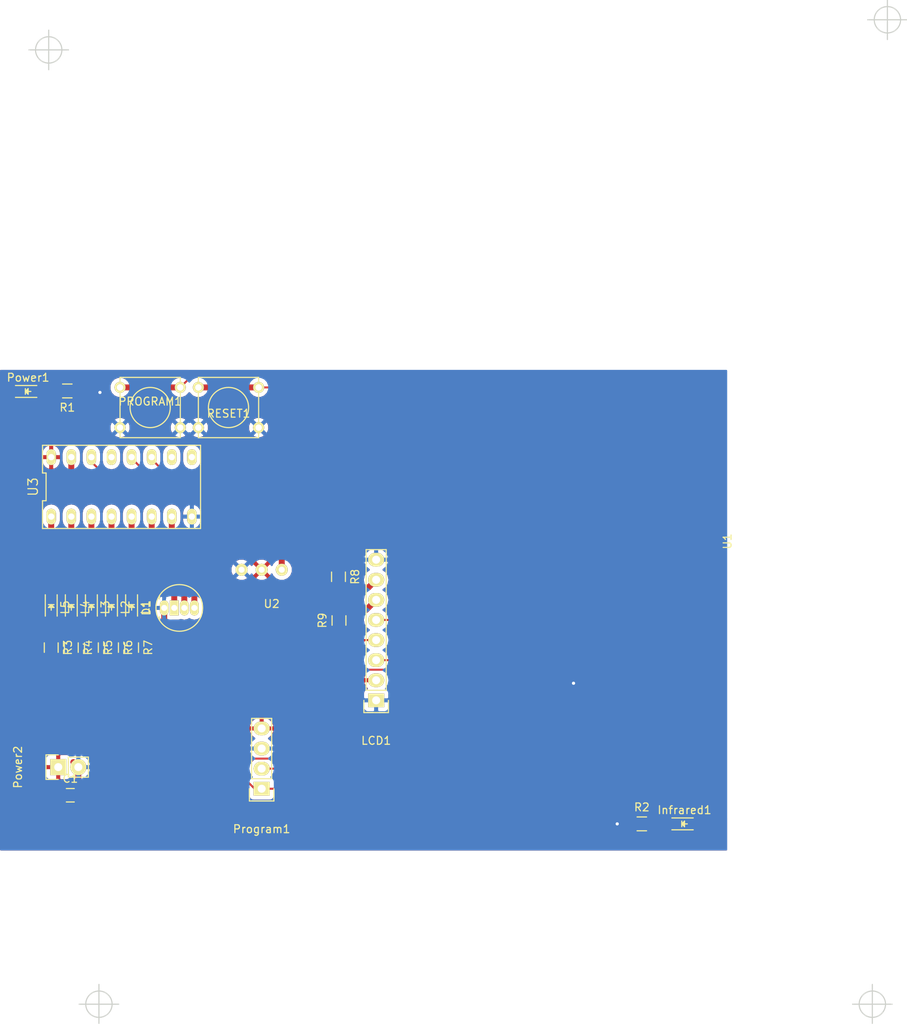
<source format=kicad_pcb>
(kicad_pcb (version 4) (host pcbnew 4.0.2+e4-6225~38~ubuntu15.10.1-stable)

  (general
    (links 59)
    (no_connects 0)
    (area 54.8005 17.185 169.505 146.645)
    (thickness 1.6)
    (drawings 5)
    (tracks 152)
    (zones 0)
    (modules 26)
    (nets 43)
  )

  (page A4)
  (layers
    (0 F.Cu signal)
    (31 B.Cu signal)
    (32 B.Adhes user)
    (33 F.Adhes user)
    (34 B.Paste user)
    (35 F.Paste user)
    (36 B.SilkS user)
    (37 F.SilkS user)
    (38 B.Mask user)
    (39 F.Mask user)
    (40 Dwgs.User user)
    (41 Cmts.User user)
    (42 Eco1.User user)
    (43 Eco2.User user)
    (44 Edge.Cuts user)
    (45 Margin user)
    (46 B.CrtYd user)
    (47 F.CrtYd user)
    (48 B.Fab user)
    (49 F.Fab user)
  )

  (setup
    (last_trace_width 0.75)
    (user_trace_width 0.25)
    (user_trace_width 0.5)
    (user_trace_width 0.75)
    (trace_clearance 0.2)
    (zone_clearance 0.508)
    (zone_45_only yes)
    (trace_min 0.2)
    (segment_width 0.2)
    (edge_width 0.15)
    (via_size 0.6)
    (via_drill 0.4)
    (via_min_size 0.4)
    (via_min_drill 0.3)
    (uvia_size 0.3)
    (uvia_drill 0.1)
    (uvias_allowed no)
    (uvia_min_size 0.2)
    (uvia_min_drill 0.1)
    (pcb_text_width 0.3)
    (pcb_text_size 1.5 1.5)
    (mod_edge_width 0.15)
    (mod_text_size 1 1)
    (mod_text_width 0.15)
    (pad_size 1.524 1.524)
    (pad_drill 0.762)
    (pad_to_mask_clearance 0.2)
    (aux_axis_origin 0 0)
    (visible_elements FFFFFF7F)
    (pcbplotparams
      (layerselection 0x00030_80000001)
      (usegerberextensions false)
      (excludeedgelayer true)
      (linewidth 0.100000)
      (plotframeref false)
      (viasonmask false)
      (mode 1)
      (useauxorigin false)
      (hpglpennumber 1)
      (hpglpenspeed 20)
      (hpglpendiameter 15)
      (hpglpenoverlay 2)
      (psnegative false)
      (psa4output false)
      (plotreference true)
      (plotvalue true)
      (plotinvisibletext false)
      (padsonsilk false)
      (subtractmaskfromsilk false)
      (outputformat 1)
      (mirror false)
      (drillshape 1)
      (scaleselection 1)
      (outputdirectory ""))
  )

  (net 0 "")
  (net 1 +3V3)
  (net 2 "Net-(L4-Pad1)")
  (net 3 "Net-(L5-Pad1)")
  (net 4 "Net-(L3-Pad1)")
  (net 5 "Net-(U1-Pad6)")
  (net 6 "Net-(L2-Pad1)")
  (net 7 "Net-(U3-Pad13)")
  (net 8 "Net-(L1-Pad1)")
  (net 9 "Net-(U1-Pad5)")
  (net 10 "Net-(D1-Pad2)")
  (net 11 "Net-(U1-Pad4)")
  (net 12 "Net-(D1-Pad3)")
  (net 13 "Net-(U3-Pad10)")
  (net 14 "Net-(D1-Pad4)")
  (net 15 "Net-(U3-Pad9)")
  (net 16 GND)
  (net 17 "Net-(Infrared1-Pad2)")
  (net 18 "Net-(L2-Pad2)")
  (net 19 "Net-(L3-Pad2)")
  (net 20 "Net-(L4-Pad2)")
  (net 21 "Net-(Power1-Pad2)")
  (net 22 "Net-(PROGRAM1-Pad1)")
  (net 23 "Net-(L5-Pad2)")
  (net 24 "Net-(L1-Pad2)")
  (net 25 "Net-(RESET1-Pad2)")
  (net 26 "Net-(U1-Pad9)")
  (net 27 "Net-(U1-Pad10)")
  (net 28 "Net-(U1-Pad11)")
  (net 29 "Net-(U1-Pad12)")
  (net 30 "Net-(U1-Pad13)")
  (net 31 "Net-(U1-Pad14)")
  (net 32 "Net-(U1-Pad2)")
  (net 33 "Net-(U1-Pad3)")
  (net 34 "Net-(U1-Pad7)")
  (net 35 "Net-(U1-Pad16)")
  (net 36 "Net-(Infrared1-Pad1)")
  (net 37 "Net-(LCD1-Pad3)")
  (net 38 "Net-(LCD1-Pad4)")
  (net 39 "Net-(LCD1-Pad5)")
  (net 40 "Net-(LCD1-Pad6)")
  (net 41 "Net-(LCD1-Pad7)")
  (net 42 "Net-(Program1-Pad2)")

  (net_class Default "This is the default net class."
    (clearance 0.2)
    (trace_width 0.5)
    (via_dia 0.6)
    (via_drill 0.4)
    (uvia_dia 0.3)
    (uvia_drill 0.1)
    (add_net +3V3)
    (add_net GND)
    (add_net "Net-(D1-Pad2)")
    (add_net "Net-(D1-Pad3)")
    (add_net "Net-(D1-Pad4)")
    (add_net "Net-(Infrared1-Pad1)")
    (add_net "Net-(Infrared1-Pad2)")
    (add_net "Net-(L1-Pad1)")
    (add_net "Net-(L1-Pad2)")
    (add_net "Net-(L2-Pad1)")
    (add_net "Net-(L2-Pad2)")
    (add_net "Net-(L3-Pad1)")
    (add_net "Net-(L3-Pad2)")
    (add_net "Net-(L4-Pad1)")
    (add_net "Net-(L4-Pad2)")
    (add_net "Net-(L5-Pad1)")
    (add_net "Net-(L5-Pad2)")
    (add_net "Net-(LCD1-Pad3)")
    (add_net "Net-(LCD1-Pad4)")
    (add_net "Net-(LCD1-Pad5)")
    (add_net "Net-(LCD1-Pad6)")
    (add_net "Net-(LCD1-Pad7)")
    (add_net "Net-(PROGRAM1-Pad1)")
    (add_net "Net-(Power1-Pad2)")
    (add_net "Net-(Program1-Pad2)")
    (add_net "Net-(U1-Pad10)")
    (add_net "Net-(U1-Pad11)")
    (add_net "Net-(U1-Pad12)")
    (add_net "Net-(U1-Pad13)")
    (add_net "Net-(U1-Pad14)")
    (add_net "Net-(U1-Pad16)")
    (add_net "Net-(U1-Pad2)")
    (add_net "Net-(U1-Pad3)")
    (add_net "Net-(U1-Pad4)")
    (add_net "Net-(U1-Pad5)")
    (add_net "Net-(U1-Pad6)")
    (add_net "Net-(U1-Pad7)")
    (add_net "Net-(U1-Pad9)")
    (add_net "Net-(U3-Pad10)")
    (add_net "Net-(U3-Pad13)")
    (add_net "Net-(U3-Pad9)")
  )

  (net_class "wide track" ""
    (clearance 0.2)
    (trace_width 0.25)
    (via_dia 0.6)
    (via_drill 0.4)
    (uvia_dia 0.3)
    (uvia_drill 0.1)
    (add_net "Net-(RESET1-Pad2)")
  )

  (module Buttons_Switches_ThroughHole:SW_PUSH_SMALL (layer F.Cu) (tedit 5774D49A) (tstamp 57718210)
    (at 73.787 68.707)
    (path /576DACB7)
    (fp_text reference PROGRAM1 (at 0 -0.762 180) (layer F.SilkS)
      (effects (font (size 1 1) (thickness 0.15)))
    )
    (fp_text value SW_PUSH (at 0 1.016) (layer F.Fab)
      (effects (font (size 1 1) (thickness 0.15)))
    )
    (fp_circle (center 0 0) (end 0 -2.54) (layer F.SilkS) (width 0.15))
    (fp_line (start -3.81 -3.81) (end 3.81 -3.81) (layer F.SilkS) (width 0.15))
    (fp_line (start 3.81 -3.81) (end 3.81 3.81) (layer F.SilkS) (width 0.15))
    (fp_line (start 3.81 3.81) (end -3.81 3.81) (layer F.SilkS) (width 0.15))
    (fp_line (start -3.81 -3.81) (end -3.81 3.81) (layer F.SilkS) (width 0.15))
    (pad 1 thru_hole circle (at 3.81 -2.54) (size 1.397 1.397) (drill 0.8128) (layers *.Cu *.Mask F.SilkS)
      (net 22 "Net-(PROGRAM1-Pad1)"))
    (pad 2 thru_hole circle (at 3.81 2.54) (size 1.397 1.397) (drill 0.8128) (layers *.Cu *.Mask F.SilkS)
      (net 16 GND))
    (pad 1 thru_hole circle (at -3.81 -2.54) (size 1.397 1.397) (drill 0.8128) (layers *.Cu *.Mask F.SilkS)
      (net 22 "Net-(PROGRAM1-Pad1)"))
    (pad 2 thru_hole circle (at -3.81 2.54) (size 1.397 1.397) (drill 0.8128) (layers *.Cu *.Mask F.SilkS)
      (net 16 GND))
  )

  (module ESP8266:ESP-12E (layer F.Cu) (tedit 559F8D21) (tstamp 576EDCB5)
    (at 144.78 87.63 270)
    (descr "Module, ESP-8266, ESP-12, 16 pad, SMD")
    (tags "Module ESP-8266 ESP8266")
    (path /576DAEDC)
    (fp_text reference U1 (at -2 -2 270) (layer F.SilkS)
      (effects (font (size 1 1) (thickness 0.15)))
    )
    (fp_text value ESP-12E (at 8 1 270) (layer F.Fab)
      (effects (font (size 1 1) (thickness 0.15)))
    )
    (fp_line (start 16 -8.4) (end 0 -2.6) (layer F.CrtYd) (width 0.1524))
    (fp_line (start 0 -8.4) (end 16 -2.6) (layer F.CrtYd) (width 0.1524))
    (fp_text user "No Copper" (at 7.9 -5.4 270) (layer F.CrtYd)
      (effects (font (size 1 1) (thickness 0.15)))
    )
    (fp_line (start 0 -8.4) (end 0 -2.6) (layer F.CrtYd) (width 0.1524))
    (fp_line (start 0 -2.6) (end 16 -2.6) (layer F.CrtYd) (width 0.1524))
    (fp_line (start 16 -2.6) (end 16 -8.4) (layer F.CrtYd) (width 0.1524))
    (fp_line (start 16 -8.4) (end 0 -8.4) (layer F.CrtYd) (width 0.1524))
    (fp_line (start 16 -8.4) (end 16 15.6) (layer F.Fab) (width 0.1524))
    (fp_line (start 16 15.6) (end 0 15.6) (layer F.Fab) (width 0.1524))
    (fp_line (start 0 15.6) (end 0 -8.4) (layer F.Fab) (width 0.1524))
    (fp_line (start 0 -8.4) (end 16 -8.4) (layer F.Fab) (width 0.1524))
    (pad 9 smd oval (at 2.99 15.75) (size 2.4 1.1) (layers F.Cu F.Paste F.Mask)
      (net 26 "Net-(U1-Pad9)"))
    (pad 10 smd oval (at 4.99 15.75) (size 2.4 1.1) (layers F.Cu F.Paste F.Mask)
      (net 27 "Net-(U1-Pad10)"))
    (pad 11 smd oval (at 6.99 15.75) (size 2.4 1.1) (layers F.Cu F.Paste F.Mask)
      (net 28 "Net-(U1-Pad11)"))
    (pad 12 smd oval (at 8.99 15.75) (size 2.4 1.1) (layers F.Cu F.Paste F.Mask)
      (net 29 "Net-(U1-Pad12)"))
    (pad 13 smd oval (at 10.99 15.75) (size 2.4 1.1) (layers F.Cu F.Paste F.Mask)
      (net 30 "Net-(U1-Pad13)"))
    (pad 14 smd oval (at 12.99 15.75) (size 2.4 1.1) (layers F.Cu F.Paste F.Mask)
      (net 31 "Net-(U1-Pad14)"))
    (pad 1 smd rect (at 0 0 270) (size 2.4 1.1) (layers F.Cu F.Paste F.Mask)
      (net 25 "Net-(RESET1-Pad2)"))
    (pad 2 smd oval (at 0 2 270) (size 2.4 1.1) (layers F.Cu F.Paste F.Mask)
      (net 32 "Net-(U1-Pad2)"))
    (pad 3 smd oval (at 0 4 270) (size 2.4 1.1) (layers F.Cu F.Paste F.Mask)
      (net 33 "Net-(U1-Pad3)"))
    (pad 4 smd oval (at 0 6 270) (size 2.4 1.1) (layers F.Cu F.Paste F.Mask)
      (net 11 "Net-(U1-Pad4)"))
    (pad 5 smd oval (at 0 8 270) (size 2.4 1.1) (layers F.Cu F.Paste F.Mask)
      (net 9 "Net-(U1-Pad5)"))
    (pad 6 smd oval (at 0 10 270) (size 2.4 1.1) (layers F.Cu F.Paste F.Mask)
      (net 5 "Net-(U1-Pad6)"))
    (pad 7 smd oval (at 0 12 270) (size 2.4 1.1) (layers F.Cu F.Paste F.Mask)
      (net 34 "Net-(U1-Pad7)"))
    (pad 8 smd oval (at 0 14 270) (size 2.4 1.1) (layers F.Cu F.Paste F.Mask)
      (net 1 +3V3))
    (pad 15 smd oval (at 16 14 270) (size 2.4 1.1) (layers F.Cu F.Paste F.Mask)
      (net 16 GND))
    (pad 16 smd oval (at 16 12 270) (size 2.4 1.1) (layers F.Cu F.Paste F.Mask)
      (net 35 "Net-(U1-Pad16)"))
    (pad 17 smd oval (at 16 10 270) (size 2.4 1.1) (layers F.Cu F.Paste F.Mask)
      (net 37 "Net-(LCD1-Pad3)"))
    (pad 18 smd oval (at 16 8 270) (size 2.4 1.1) (layers F.Cu F.Paste F.Mask)
      (net 22 "Net-(PROGRAM1-Pad1)"))
    (pad 19 smd oval (at 16 6 270) (size 2.4 1.1) (layers F.Cu F.Paste F.Mask)
      (net 39 "Net-(LCD1-Pad5)"))
    (pad 20 smd oval (at 16 4 270) (size 2.4 1.1) (layers F.Cu F.Paste F.Mask)
      (net 17 "Net-(Infrared1-Pad2)"))
    (pad 21 smd oval (at 16 2 270) (size 2.4 1.1) (layers F.Cu F.Paste F.Mask)
      (net 42 "Net-(Program1-Pad2)"))
    (pad 22 smd oval (at 16 0 270) (size 2.4 1.1) (layers F.Cu F.Paste F.Mask)
      (net 38 "Net-(LCD1-Pad4)"))
    (model ${ESPLIB}/ESP8266.3dshapes/ESP-12.wrl
      (at (xyz 0.04 0 0))
      (scale (xyz 0.3937 0.3937 0.3937))
      (rotate (xyz 0 0 0))
    )
  )

  (module 74HC595N (layer F.Cu) (tedit 576ECBFB) (tstamp 576ED7C6)
    (at 70.1675 78.74)
    (path /576D98EA)
    (fp_text reference U3 (at -11.19 0 90) (layer F.SilkS)
      (effects (font (size 1.2 1.2) (thickness 0.15)))
    )
    (fp_text value 74HC595 (at 0 0) (layer F.Fab)
      (effects (font (size 1.2 1.2) (thickness 0.15)))
    )
    (fp_line (start -9.99 5.259999) (end 9.99 5.26) (layer F.SilkS) (width 0.15))
    (fp_line (start 9.99 5.26) (end 9.99 -5.259999) (layer F.SilkS) (width 0.15))
    (fp_line (start 9.99 -5.259999) (end -9.99 -5.26) (layer F.SilkS) (width 0.15))
    (fp_line (start -9.99 -5.26) (end -9.99 -1.753333) (layer F.SilkS) (width 0.15))
    (fp_line (start -9.99 -1.753333) (end -9.54 -1.753333) (layer F.SilkS) (width 0.15))
    (fp_line (start -9.54 -1.753333) (end -9.54 1.753333) (layer F.SilkS) (width 0.15))
    (fp_line (start -9.54 1.753333) (end -9.99 1.753333) (layer F.SilkS) (width 0.15))
    (fp_line (start -9.99 1.753333) (end -9.99 5.259999) (layer F.SilkS) (width 0.15))
    (pad 16 thru_hole oval (at -8.89 -3.76) (size 1.2 2) (drill 0.8) (layers *.Cu *.Mask F.SilkS)
      (net 1 +3V3))
    (pad 1 thru_hole oval (at -8.89 3.76) (size 1.2 2) (drill 0.8) (layers *.Cu *.Mask F.SilkS)
      (net 2 "Net-(L4-Pad1)"))
    (pad 15 thru_hole oval (at -6.35 -3.76) (size 1.2 2) (drill 0.8) (layers *.Cu *.Mask F.SilkS)
      (net 3 "Net-(L5-Pad1)"))
    (pad 2 thru_hole oval (at -6.35 3.76) (size 1.2 2) (drill 0.8) (layers *.Cu *.Mask F.SilkS)
      (net 4 "Net-(L3-Pad1)"))
    (pad 14 thru_hole oval (at -3.81 -3.76) (size 1.2 2) (drill 0.8) (layers *.Cu *.Mask F.SilkS)
      (net 5 "Net-(U1-Pad6)"))
    (pad 3 thru_hole oval (at -3.81 3.76) (size 1.2 2) (drill 0.8) (layers *.Cu *.Mask F.SilkS)
      (net 6 "Net-(L2-Pad1)"))
    (pad 13 thru_hole oval (at -1.27 -3.76) (size 1.2 2) (drill 0.8) (layers *.Cu *.Mask F.SilkS)
      (net 7 "Net-(U3-Pad13)"))
    (pad 4 thru_hole oval (at -1.27 3.76) (size 1.2 2) (drill 0.8) (layers *.Cu *.Mask F.SilkS)
      (net 8 "Net-(L1-Pad1)"))
    (pad 12 thru_hole oval (at 1.27 -3.76) (size 1.2 2) (drill 0.8) (layers *.Cu *.Mask F.SilkS)
      (net 9 "Net-(U1-Pad5)"))
    (pad 5 thru_hole oval (at 1.27 3.76) (size 1.2 2) (drill 0.8) (layers *.Cu *.Mask F.SilkS)
      (net 10 "Net-(D1-Pad2)"))
    (pad 11 thru_hole oval (at 3.81 -3.76) (size 1.2 2) (drill 0.8) (layers *.Cu *.Mask F.SilkS)
      (net 11 "Net-(U1-Pad4)"))
    (pad 6 thru_hole oval (at 3.81 3.76) (size 1.2 2) (drill 0.8) (layers *.Cu *.Mask F.SilkS)
      (net 12 "Net-(D1-Pad3)"))
    (pad 10 thru_hole oval (at 6.35 -3.76) (size 1.2 2) (drill 0.8) (layers *.Cu *.Mask F.SilkS)
      (net 13 "Net-(U3-Pad10)"))
    (pad 7 thru_hole oval (at 6.35 3.76) (size 1.2 2) (drill 0.8) (layers *.Cu *.Mask F.SilkS)
      (net 14 "Net-(D1-Pad4)"))
    (pad 9 thru_hole oval (at 8.89 -3.76) (size 1.2 2) (drill 0.8) (layers *.Cu *.Mask F.SilkS)
      (net 15 "Net-(U3-Pad9)"))
    (pad 8 thru_hole oval (at 8.89 3.76) (size 1.2 2) (drill 0.8) (layers *.Cu *.Mask F.SilkS)
      (net 16 GND))
  )

  (module LEDs:LED-RGB-5MM_Common_Cathode (layer F.Cu) (tedit 55A0859C) (tstamp 576EDE48)
    (at 75.565 94.0435 90)
    (descr "5mm common cathode RGB LED")
    (tags "RGB LED 5mm Common Cathode")
    (path /576D8957)
    (fp_text reference D1 (at 0 -2.25 90) (layer F.SilkS)
      (effects (font (size 1 1) (thickness 0.15)))
    )
    (fp_text value Led_RGB_CA (at 0 6.25 90) (layer F.Fab)
      (effects (font (size 1 1) (thickness 0.15)))
    )
    (fp_circle (center 0 1.905) (end 3.2 1.905) (layer F.CrtYd) (width 0.05))
    (fp_line (start -1.1 -0.595) (end -1.55 -0.595) (layer F.SilkS) (width 0.15))
    (fp_circle (center 0 1.905) (end 2.95 1.905) (layer F.SilkS) (width 0.15))
    (fp_line (start 1.1 -0.595) (end 1.55 -0.595) (layer F.SilkS) (width 0.15))
    (pad 1 thru_hole oval (at 0 0 90) (size 1.905 1.1176) (drill 0.762) (layers *.Cu *.Mask F.SilkS)
      (net 16 GND))
    (pad 2 thru_hole rect (at 0 1.27 90) (size 1.905 1.1176) (drill 0.762) (layers *.Cu *.Mask F.SilkS)
      (net 10 "Net-(D1-Pad2)"))
    (pad 3 thru_hole oval (at 0 2.54 90) (size 1.905 1.1176) (drill 0.762) (layers *.Cu *.Mask F.SilkS)
      (net 12 "Net-(D1-Pad3)"))
    (pad 4 thru_hole oval (at 0 3.81 90) (size 1.905 1.1176) (drill 0.762) (layers *.Cu *.Mask F.SilkS)
      (net 14 "Net-(D1-Pad4)"))
  )

  (module ir-receiver-tsop (layer F.Cu) (tedit 576EF195) (tstamp 576EF21E)
    (at 89.154 93.0275)
    (path /576E771F)
    (fp_text reference U2 (at 0 0.5) (layer F.SilkS)
      (effects (font (size 1 1) (thickness 0.15)))
    )
    (fp_text value TSOP38238 (at 0 -0.5) (layer F.Fab)
      (effects (font (size 1 1) (thickness 0.15)))
    )
    (pad 1 thru_hole circle (at -3.81 -3.81) (size 1.524 1.524) (drill 0.762) (layers *.Cu *.Mask F.SilkS)
      (net 16 GND))
    (pad 2 thru_hole circle (at -1.27 -3.81) (size 1.524 1.524) (drill 0.762) (layers *.Cu *.Mask F.SilkS)
      (net 1 +3V3))
    (pad 3 thru_hole circle (at 1.27 -3.81) (size 1.524 1.524) (drill 0.762) (layers *.Cu *.Mask F.SilkS)
      (net 34 "Net-(U1-Pad7)"))
  )

  (module Buttons_Switches_ThroughHole:SW_PUSH_SMALL (layer F.Cu) (tedit 57756E1B) (tstamp 5771821D)
    (at 83.693 68.707 180)
    (path /576DADA9)
    (fp_text reference RESET1 (at 0 -0.762 180) (layer F.SilkS)
      (effects (font (size 1 1) (thickness 0.15)))
    )
    (fp_text value SW_PUSH (at 0 1.016 360) (layer F.Fab)
      (effects (font (size 1 1) (thickness 0.15)))
    )
    (fp_circle (center 0 0) (end 0 -2.54) (layer F.SilkS) (width 0.15))
    (fp_line (start -3.81 -3.81) (end 3.81 -3.81) (layer F.SilkS) (width 0.15))
    (fp_line (start 3.81 -3.81) (end 3.81 3.81) (layer F.SilkS) (width 0.15))
    (fp_line (start 3.81 3.81) (end -3.81 3.81) (layer F.SilkS) (width 0.15))
    (fp_line (start -3.81 -3.81) (end -3.81 3.81) (layer F.SilkS) (width 0.15))
    (pad 1 thru_hole circle (at 3.81 -2.54 180) (size 1.397 1.397) (drill 0.8128) (layers *.Cu *.Mask F.SilkS)
      (net 16 GND))
    (pad 2 thru_hole circle (at 3.81 2.54 180) (size 1.397 1.397) (drill 0.8128) (layers *.Cu *.Mask F.SilkS)
      (net 25 "Net-(RESET1-Pad2)"))
    (pad 1 thru_hole circle (at -3.81 -2.54 180) (size 1.397 1.397) (drill 0.8128) (layers *.Cu *.Mask F.SilkS)
      (net 16 GND))
    (pad 2 thru_hole circle (at -3.81 2.54 180) (size 1.397 1.397) (drill 0.8128) (layers *.Cu *.Mask F.SilkS)
      (net 25 "Net-(RESET1-Pad2)"))
  )

  (module Capacitors_SMD:C_0805_HandSoldering (layer F.Cu) (tedit 541A9B8D) (tstamp 57721A92)
    (at 63.6905 117.729)
    (descr "Capacitor SMD 0805, hand soldering")
    (tags "capacitor 0805")
    (path /576DADEF)
    (attr smd)
    (fp_text reference C1 (at 0 -2.1) (layer F.SilkS)
      (effects (font (size 1 1) (thickness 0.15)))
    )
    (fp_text value 10uF (at 0 2.1) (layer F.Fab)
      (effects (font (size 1 1) (thickness 0.15)))
    )
    (fp_line (start -2.3 -1) (end 2.3 -1) (layer F.CrtYd) (width 0.05))
    (fp_line (start -2.3 1) (end 2.3 1) (layer F.CrtYd) (width 0.05))
    (fp_line (start -2.3 -1) (end -2.3 1) (layer F.CrtYd) (width 0.05))
    (fp_line (start 2.3 -1) (end 2.3 1) (layer F.CrtYd) (width 0.05))
    (fp_line (start 0.5 -0.85) (end -0.5 -0.85) (layer F.SilkS) (width 0.15))
    (fp_line (start -0.5 0.85) (end 0.5 0.85) (layer F.SilkS) (width 0.15))
    (pad 1 smd rect (at -1.25 0) (size 1.5 1.25) (layers F.Cu F.Paste F.Mask)
      (net 1 +3V3))
    (pad 2 smd rect (at 1.25 0) (size 1.5 1.25) (layers F.Cu F.Paste F.Mask)
      (net 16 GND))
    (model Capacitors_SMD.3dshapes/C_0805_HandSoldering.wrl
      (at (xyz 0 0 0))
      (scale (xyz 1 1 1))
      (rotate (xyz 0 0 0))
    )
  )

  (module LEDs:LED_0805 (layer F.Cu) (tedit 55BDE1C2) (tstamp 57721AA5)
    (at 141.351 121.3485)
    (descr "LED 0805 smd package")
    (tags "LED 0805 SMD")
    (path /576D8B38)
    (attr smd)
    (fp_text reference Infrared1 (at 0 -1.75) (layer F.SilkS)
      (effects (font (size 1 1) (thickness 0.15)))
    )
    (fp_text value LED (at 0 1.75) (layer F.Fab)
      (effects (font (size 1 1) (thickness 0.15)))
    )
    (fp_line (start -1.6 0.75) (end 1.1 0.75) (layer F.SilkS) (width 0.15))
    (fp_line (start -1.6 -0.75) (end 1.1 -0.75) (layer F.SilkS) (width 0.15))
    (fp_line (start -0.1 0.15) (end -0.1 -0.1) (layer F.SilkS) (width 0.15))
    (fp_line (start -0.1 -0.1) (end -0.25 0.05) (layer F.SilkS) (width 0.15))
    (fp_line (start -0.35 -0.35) (end -0.35 0.35) (layer F.SilkS) (width 0.15))
    (fp_line (start 0 0) (end 0.35 0) (layer F.SilkS) (width 0.15))
    (fp_line (start -0.35 0) (end 0 -0.35) (layer F.SilkS) (width 0.15))
    (fp_line (start 0 -0.35) (end 0 0.35) (layer F.SilkS) (width 0.15))
    (fp_line (start 0 0.35) (end -0.35 0) (layer F.SilkS) (width 0.15))
    (fp_line (start 1.9 -0.95) (end 1.9 0.95) (layer F.CrtYd) (width 0.05))
    (fp_line (start 1.9 0.95) (end -1.9 0.95) (layer F.CrtYd) (width 0.05))
    (fp_line (start -1.9 0.95) (end -1.9 -0.95) (layer F.CrtYd) (width 0.05))
    (fp_line (start -1.9 -0.95) (end 1.9 -0.95) (layer F.CrtYd) (width 0.05))
    (pad 2 smd rect (at 1.04902 0 180) (size 1.19888 1.19888) (layers F.Cu F.Paste F.Mask)
      (net 17 "Net-(Infrared1-Pad2)"))
    (pad 1 smd rect (at -1.04902 0 180) (size 1.19888 1.19888) (layers F.Cu F.Paste F.Mask)
      (net 36 "Net-(Infrared1-Pad1)"))
    (model LEDs.3dshapes/LED_0805.wrl
      (at (xyz 0 0 0))
      (scale (xyz 1 1 1))
      (rotate (xyz 0 0 0))
    )
  )

  (module LEDs:LED_0805 (layer F.Cu) (tedit 55BDE1C2) (tstamp 57721AB8)
    (at 71.4375 93.98 270)
    (descr "LED 0805 smd package")
    (tags "LED 0805 SMD")
    (path /576D8D24)
    (attr smd)
    (fp_text reference L1 (at 0 -1.75 270) (layer F.SilkS)
      (effects (font (size 1 1) (thickness 0.15)))
    )
    (fp_text value LEDs:LED-5MM (at 0 1.75 270) (layer F.Fab)
      (effects (font (size 1 1) (thickness 0.15)))
    )
    (fp_line (start -1.6 0.75) (end 1.1 0.75) (layer F.SilkS) (width 0.15))
    (fp_line (start -1.6 -0.75) (end 1.1 -0.75) (layer F.SilkS) (width 0.15))
    (fp_line (start -0.1 0.15) (end -0.1 -0.1) (layer F.SilkS) (width 0.15))
    (fp_line (start -0.1 -0.1) (end -0.25 0.05) (layer F.SilkS) (width 0.15))
    (fp_line (start -0.35 -0.35) (end -0.35 0.35) (layer F.SilkS) (width 0.15))
    (fp_line (start 0 0) (end 0.35 0) (layer F.SilkS) (width 0.15))
    (fp_line (start -0.35 0) (end 0 -0.35) (layer F.SilkS) (width 0.15))
    (fp_line (start 0 -0.35) (end 0 0.35) (layer F.SilkS) (width 0.15))
    (fp_line (start 0 0.35) (end -0.35 0) (layer F.SilkS) (width 0.15))
    (fp_line (start 1.9 -0.95) (end 1.9 0.95) (layer F.CrtYd) (width 0.05))
    (fp_line (start 1.9 0.95) (end -1.9 0.95) (layer F.CrtYd) (width 0.05))
    (fp_line (start -1.9 0.95) (end -1.9 -0.95) (layer F.CrtYd) (width 0.05))
    (fp_line (start -1.9 -0.95) (end 1.9 -0.95) (layer F.CrtYd) (width 0.05))
    (pad 2 smd rect (at 1.04902 0 90) (size 1.19888 1.19888) (layers F.Cu F.Paste F.Mask)
      (net 24 "Net-(L1-Pad2)"))
    (pad 1 smd rect (at -1.04902 0 90) (size 1.19888 1.19888) (layers F.Cu F.Paste F.Mask)
      (net 8 "Net-(L1-Pad1)"))
    (model LEDs.3dshapes/LED_0805.wrl
      (at (xyz 0 0 0))
      (scale (xyz 1 1 1))
      (rotate (xyz 0 0 0))
    )
  )

  (module LEDs:LED_0805 (layer F.Cu) (tedit 55BDE1C2) (tstamp 57721ACB)
    (at 68.8975 93.98 270)
    (descr "LED 0805 smd package")
    (tags "LED 0805 SMD")
    (path /576D8DBF)
    (attr smd)
    (fp_text reference L2 (at 0 -1.75 270) (layer F.SilkS)
      (effects (font (size 1 1) (thickness 0.15)))
    )
    (fp_text value LED (at 0 1.75 270) (layer F.Fab)
      (effects (font (size 1 1) (thickness 0.15)))
    )
    (fp_line (start -1.6 0.75) (end 1.1 0.75) (layer F.SilkS) (width 0.15))
    (fp_line (start -1.6 -0.75) (end 1.1 -0.75) (layer F.SilkS) (width 0.15))
    (fp_line (start -0.1 0.15) (end -0.1 -0.1) (layer F.SilkS) (width 0.15))
    (fp_line (start -0.1 -0.1) (end -0.25 0.05) (layer F.SilkS) (width 0.15))
    (fp_line (start -0.35 -0.35) (end -0.35 0.35) (layer F.SilkS) (width 0.15))
    (fp_line (start 0 0) (end 0.35 0) (layer F.SilkS) (width 0.15))
    (fp_line (start -0.35 0) (end 0 -0.35) (layer F.SilkS) (width 0.15))
    (fp_line (start 0 -0.35) (end 0 0.35) (layer F.SilkS) (width 0.15))
    (fp_line (start 0 0.35) (end -0.35 0) (layer F.SilkS) (width 0.15))
    (fp_line (start 1.9 -0.95) (end 1.9 0.95) (layer F.CrtYd) (width 0.05))
    (fp_line (start 1.9 0.95) (end -1.9 0.95) (layer F.CrtYd) (width 0.05))
    (fp_line (start -1.9 0.95) (end -1.9 -0.95) (layer F.CrtYd) (width 0.05))
    (fp_line (start -1.9 -0.95) (end 1.9 -0.95) (layer F.CrtYd) (width 0.05))
    (pad 2 smd rect (at 1.04902 0 90) (size 1.19888 1.19888) (layers F.Cu F.Paste F.Mask)
      (net 18 "Net-(L2-Pad2)"))
    (pad 1 smd rect (at -1.04902 0 90) (size 1.19888 1.19888) (layers F.Cu F.Paste F.Mask)
      (net 6 "Net-(L2-Pad1)"))
    (model LEDs.3dshapes/LED_0805.wrl
      (at (xyz 0 0 0))
      (scale (xyz 1 1 1))
      (rotate (xyz 0 0 0))
    )
  )

  (module LEDs:LED_0805 (layer F.Cu) (tedit 55BDE1C2) (tstamp 57721ADE)
    (at 66.3575 93.98 270)
    (descr "LED 0805 smd package")
    (tags "LED 0805 SMD")
    (path /576D8E6A)
    (attr smd)
    (fp_text reference L3 (at 0 -1.75 270) (layer F.SilkS)
      (effects (font (size 1 1) (thickness 0.15)))
    )
    (fp_text value LED (at 0 1.75 270) (layer F.Fab)
      (effects (font (size 1 1) (thickness 0.15)))
    )
    (fp_line (start -1.6 0.75) (end 1.1 0.75) (layer F.SilkS) (width 0.15))
    (fp_line (start -1.6 -0.75) (end 1.1 -0.75) (layer F.SilkS) (width 0.15))
    (fp_line (start -0.1 0.15) (end -0.1 -0.1) (layer F.SilkS) (width 0.15))
    (fp_line (start -0.1 -0.1) (end -0.25 0.05) (layer F.SilkS) (width 0.15))
    (fp_line (start -0.35 -0.35) (end -0.35 0.35) (layer F.SilkS) (width 0.15))
    (fp_line (start 0 0) (end 0.35 0) (layer F.SilkS) (width 0.15))
    (fp_line (start -0.35 0) (end 0 -0.35) (layer F.SilkS) (width 0.15))
    (fp_line (start 0 -0.35) (end 0 0.35) (layer F.SilkS) (width 0.15))
    (fp_line (start 0 0.35) (end -0.35 0) (layer F.SilkS) (width 0.15))
    (fp_line (start 1.9 -0.95) (end 1.9 0.95) (layer F.CrtYd) (width 0.05))
    (fp_line (start 1.9 0.95) (end -1.9 0.95) (layer F.CrtYd) (width 0.05))
    (fp_line (start -1.9 0.95) (end -1.9 -0.95) (layer F.CrtYd) (width 0.05))
    (fp_line (start -1.9 -0.95) (end 1.9 -0.95) (layer F.CrtYd) (width 0.05))
    (pad 2 smd rect (at 1.04902 0 90) (size 1.19888 1.19888) (layers F.Cu F.Paste F.Mask)
      (net 19 "Net-(L3-Pad2)"))
    (pad 1 smd rect (at -1.04902 0 90) (size 1.19888 1.19888) (layers F.Cu F.Paste F.Mask)
      (net 4 "Net-(L3-Pad1)"))
    (model LEDs.3dshapes/LED_0805.wrl
      (at (xyz 0 0 0))
      (scale (xyz 1 1 1))
      (rotate (xyz 0 0 0))
    )
  )

  (module LEDs:LED_0805 (layer F.Cu) (tedit 55BDE1C2) (tstamp 57721AF1)
    (at 63.8175 93.98 270)
    (descr "LED 0805 smd package")
    (tags "LED 0805 SMD")
    (path /576D91CB)
    (attr smd)
    (fp_text reference L4 (at 0 -1.75 270) (layer F.SilkS)
      (effects (font (size 1 1) (thickness 0.15)))
    )
    (fp_text value LED (at 0 1.75 270) (layer F.Fab)
      (effects (font (size 1 1) (thickness 0.15)))
    )
    (fp_line (start -1.6 0.75) (end 1.1 0.75) (layer F.SilkS) (width 0.15))
    (fp_line (start -1.6 -0.75) (end 1.1 -0.75) (layer F.SilkS) (width 0.15))
    (fp_line (start -0.1 0.15) (end -0.1 -0.1) (layer F.SilkS) (width 0.15))
    (fp_line (start -0.1 -0.1) (end -0.25 0.05) (layer F.SilkS) (width 0.15))
    (fp_line (start -0.35 -0.35) (end -0.35 0.35) (layer F.SilkS) (width 0.15))
    (fp_line (start 0 0) (end 0.35 0) (layer F.SilkS) (width 0.15))
    (fp_line (start -0.35 0) (end 0 -0.35) (layer F.SilkS) (width 0.15))
    (fp_line (start 0 -0.35) (end 0 0.35) (layer F.SilkS) (width 0.15))
    (fp_line (start 0 0.35) (end -0.35 0) (layer F.SilkS) (width 0.15))
    (fp_line (start 1.9 -0.95) (end 1.9 0.95) (layer F.CrtYd) (width 0.05))
    (fp_line (start 1.9 0.95) (end -1.9 0.95) (layer F.CrtYd) (width 0.05))
    (fp_line (start -1.9 0.95) (end -1.9 -0.95) (layer F.CrtYd) (width 0.05))
    (fp_line (start -1.9 -0.95) (end 1.9 -0.95) (layer F.CrtYd) (width 0.05))
    (pad 2 smd rect (at 1.04902 0 90) (size 1.19888 1.19888) (layers F.Cu F.Paste F.Mask)
      (net 20 "Net-(L4-Pad2)"))
    (pad 1 smd rect (at -1.04902 0 90) (size 1.19888 1.19888) (layers F.Cu F.Paste F.Mask)
      (net 2 "Net-(L4-Pad1)"))
    (model LEDs.3dshapes/LED_0805.wrl
      (at (xyz 0 0 0))
      (scale (xyz 1 1 1))
      (rotate (xyz 0 0 0))
    )
  )

  (module LEDs:LED_0805 (layer F.Cu) (tedit 55BDE1C2) (tstamp 57721B04)
    (at 61.2775 93.98 270)
    (descr "LED 0805 smd package")
    (tags "LED 0805 SMD")
    (path /576D9207)
    (attr smd)
    (fp_text reference L5 (at 0 -1.75 270) (layer F.SilkS)
      (effects (font (size 1 1) (thickness 0.15)))
    )
    (fp_text value LEDs:LED-5MM (at 0 1.75 270) (layer F.Fab)
      (effects (font (size 1 1) (thickness 0.15)))
    )
    (fp_line (start -1.6 0.75) (end 1.1 0.75) (layer F.SilkS) (width 0.15))
    (fp_line (start -1.6 -0.75) (end 1.1 -0.75) (layer F.SilkS) (width 0.15))
    (fp_line (start -0.1 0.15) (end -0.1 -0.1) (layer F.SilkS) (width 0.15))
    (fp_line (start -0.1 -0.1) (end -0.25 0.05) (layer F.SilkS) (width 0.15))
    (fp_line (start -0.35 -0.35) (end -0.35 0.35) (layer F.SilkS) (width 0.15))
    (fp_line (start 0 0) (end 0.35 0) (layer F.SilkS) (width 0.15))
    (fp_line (start -0.35 0) (end 0 -0.35) (layer F.SilkS) (width 0.15))
    (fp_line (start 0 -0.35) (end 0 0.35) (layer F.SilkS) (width 0.15))
    (fp_line (start 0 0.35) (end -0.35 0) (layer F.SilkS) (width 0.15))
    (fp_line (start 1.9 -0.95) (end 1.9 0.95) (layer F.CrtYd) (width 0.05))
    (fp_line (start 1.9 0.95) (end -1.9 0.95) (layer F.CrtYd) (width 0.05))
    (fp_line (start -1.9 0.95) (end -1.9 -0.95) (layer F.CrtYd) (width 0.05))
    (fp_line (start -1.9 -0.95) (end 1.9 -0.95) (layer F.CrtYd) (width 0.05))
    (pad 2 smd rect (at 1.04902 0 90) (size 1.19888 1.19888) (layers F.Cu F.Paste F.Mask)
      (net 23 "Net-(L5-Pad2)"))
    (pad 1 smd rect (at -1.04902 0 90) (size 1.19888 1.19888) (layers F.Cu F.Paste F.Mask)
      (net 3 "Net-(L5-Pad1)"))
    (model LEDs.3dshapes/LED_0805.wrl
      (at (xyz 0 0 0))
      (scale (xyz 1 1 1))
      (rotate (xyz 0 0 0))
    )
  )

  (module LEDs:LED_0805 (layer F.Cu) (tedit 55BDE1C2) (tstamp 57721B17)
    (at 58.3565 66.675)
    (descr "LED 0805 smd package")
    (tags "LED 0805 SMD")
    (path /576D8A57)
    (attr smd)
    (fp_text reference Power1 (at 0 -1.75) (layer F.SilkS)
      (effects (font (size 1 1) (thickness 0.15)))
    )
    (fp_text value LED (at 0 1.75) (layer F.Fab)
      (effects (font (size 1 1) (thickness 0.15)))
    )
    (fp_line (start -1.6 0.75) (end 1.1 0.75) (layer F.SilkS) (width 0.15))
    (fp_line (start -1.6 -0.75) (end 1.1 -0.75) (layer F.SilkS) (width 0.15))
    (fp_line (start -0.1 0.15) (end -0.1 -0.1) (layer F.SilkS) (width 0.15))
    (fp_line (start -0.1 -0.1) (end -0.25 0.05) (layer F.SilkS) (width 0.15))
    (fp_line (start -0.35 -0.35) (end -0.35 0.35) (layer F.SilkS) (width 0.15))
    (fp_line (start 0 0) (end 0.35 0) (layer F.SilkS) (width 0.15))
    (fp_line (start -0.35 0) (end 0 -0.35) (layer F.SilkS) (width 0.15))
    (fp_line (start 0 -0.35) (end 0 0.35) (layer F.SilkS) (width 0.15))
    (fp_line (start 0 0.35) (end -0.35 0) (layer F.SilkS) (width 0.15))
    (fp_line (start 1.9 -0.95) (end 1.9 0.95) (layer F.CrtYd) (width 0.05))
    (fp_line (start 1.9 0.95) (end -1.9 0.95) (layer F.CrtYd) (width 0.05))
    (fp_line (start -1.9 0.95) (end -1.9 -0.95) (layer F.CrtYd) (width 0.05))
    (fp_line (start -1.9 -0.95) (end 1.9 -0.95) (layer F.CrtYd) (width 0.05))
    (pad 2 smd rect (at 1.04902 0 180) (size 1.19888 1.19888) (layers F.Cu F.Paste F.Mask)
      (net 21 "Net-(Power1-Pad2)"))
    (pad 1 smd rect (at -1.04902 0 180) (size 1.19888 1.19888) (layers F.Cu F.Paste F.Mask)
      (net 1 +3V3))
    (model LEDs.3dshapes/LED_0805.wrl
      (at (xyz 0 0 0))
      (scale (xyz 1 1 1))
      (rotate (xyz 0 0 0))
    )
  )

  (module Resistors_SMD:R_0805_HandSoldering (layer F.Cu) (tedit 54189DEE) (tstamp 57721B23)
    (at 63.3095 66.6115 180)
    (descr "Resistor SMD 0805, hand soldering")
    (tags "resistor 0805")
    (path /576D9694)
    (attr smd)
    (fp_text reference R1 (at 0 -2.1 180) (layer F.SilkS)
      (effects (font (size 1 1) (thickness 0.15)))
    )
    (fp_text value 100 (at 0 2.1 180) (layer F.Fab)
      (effects (font (size 1 1) (thickness 0.15)))
    )
    (fp_line (start -2.4 -1) (end 2.4 -1) (layer F.CrtYd) (width 0.05))
    (fp_line (start -2.4 1) (end 2.4 1) (layer F.CrtYd) (width 0.05))
    (fp_line (start -2.4 -1) (end -2.4 1) (layer F.CrtYd) (width 0.05))
    (fp_line (start 2.4 -1) (end 2.4 1) (layer F.CrtYd) (width 0.05))
    (fp_line (start 0.6 0.875) (end -0.6 0.875) (layer F.SilkS) (width 0.15))
    (fp_line (start -0.6 -0.875) (end 0.6 -0.875) (layer F.SilkS) (width 0.15))
    (pad 1 smd rect (at -1.35 0 180) (size 1.5 1.3) (layers F.Cu F.Paste F.Mask)
      (net 16 GND))
    (pad 2 smd rect (at 1.35 0 180) (size 1.5 1.3) (layers F.Cu F.Paste F.Mask)
      (net 21 "Net-(Power1-Pad2)"))
    (model Resistors_SMD.3dshapes/R_0805_HandSoldering.wrl
      (at (xyz 0 0 0))
      (scale (xyz 1 1 1))
      (rotate (xyz 0 0 0))
    )
  )

  (module Resistors_SMD:R_0805_HandSoldering (layer F.Cu) (tedit 54189DEE) (tstamp 57721B2F)
    (at 135.9535 121.3485)
    (descr "Resistor SMD 0805, hand soldering")
    (tags "resistor 0805")
    (path /576D96E6)
    (attr smd)
    (fp_text reference R2 (at 0 -2.1) (layer F.SilkS)
      (effects (font (size 1 1) (thickness 0.15)))
    )
    (fp_text value 100 (at 0 2.1) (layer F.Fab)
      (effects (font (size 1 1) (thickness 0.15)))
    )
    (fp_line (start -2.4 -1) (end 2.4 -1) (layer F.CrtYd) (width 0.05))
    (fp_line (start -2.4 1) (end 2.4 1) (layer F.CrtYd) (width 0.05))
    (fp_line (start -2.4 -1) (end -2.4 1) (layer F.CrtYd) (width 0.05))
    (fp_line (start 2.4 -1) (end 2.4 1) (layer F.CrtYd) (width 0.05))
    (fp_line (start 0.6 0.875) (end -0.6 0.875) (layer F.SilkS) (width 0.15))
    (fp_line (start -0.6 -0.875) (end 0.6 -0.875) (layer F.SilkS) (width 0.15))
    (pad 1 smd rect (at -1.35 0) (size 1.5 1.3) (layers F.Cu F.Paste F.Mask)
      (net 16 GND))
    (pad 2 smd rect (at 1.35 0) (size 1.5 1.3) (layers F.Cu F.Paste F.Mask)
      (net 36 "Net-(Infrared1-Pad1)"))
    (model Resistors_SMD.3dshapes/R_0805_HandSoldering.wrl
      (at (xyz 0 0 0))
      (scale (xyz 1 1 1))
      (rotate (xyz 0 0 0))
    )
  )

  (module Resistors_SMD:R_0805_HandSoldering (layer F.Cu) (tedit 54189DEE) (tstamp 57721B3B)
    (at 61.2775 99.06 270)
    (descr "Resistor SMD 0805, hand soldering")
    (tags "resistor 0805")
    (path /576D989E)
    (attr smd)
    (fp_text reference R3 (at 0 -2.1 270) (layer F.SilkS)
      (effects (font (size 1 1) (thickness 0.15)))
    )
    (fp_text value 100 (at 0 2.1 270) (layer F.Fab)
      (effects (font (size 1 1) (thickness 0.15)))
    )
    (fp_line (start -2.4 -1) (end 2.4 -1) (layer F.CrtYd) (width 0.05))
    (fp_line (start -2.4 1) (end 2.4 1) (layer F.CrtYd) (width 0.05))
    (fp_line (start -2.4 -1) (end -2.4 1) (layer F.CrtYd) (width 0.05))
    (fp_line (start 2.4 -1) (end 2.4 1) (layer F.CrtYd) (width 0.05))
    (fp_line (start 0.6 0.875) (end -0.6 0.875) (layer F.SilkS) (width 0.15))
    (fp_line (start -0.6 -0.875) (end 0.6 -0.875) (layer F.SilkS) (width 0.15))
    (pad 1 smd rect (at -1.35 0 270) (size 1.5 1.3) (layers F.Cu F.Paste F.Mask)
      (net 23 "Net-(L5-Pad2)"))
    (pad 2 smd rect (at 1.35 0 270) (size 1.5 1.3) (layers F.Cu F.Paste F.Mask)
      (net 16 GND))
    (model Resistors_SMD.3dshapes/R_0805_HandSoldering.wrl
      (at (xyz 0 0 0))
      (scale (xyz 1 1 1))
      (rotate (xyz 0 0 0))
    )
  )

  (module Resistors_SMD:R_0805_HandSoldering (layer F.Cu) (tedit 54189DEE) (tstamp 57721B47)
    (at 63.8175 99.06 270)
    (descr "Resistor SMD 0805, hand soldering")
    (tags "resistor 0805")
    (path /576D9852)
    (attr smd)
    (fp_text reference R4 (at 0 -2.1 270) (layer F.SilkS)
      (effects (font (size 1 1) (thickness 0.15)))
    )
    (fp_text value 100 (at 0 2.1 270) (layer F.Fab)
      (effects (font (size 1 1) (thickness 0.15)))
    )
    (fp_line (start -2.4 -1) (end 2.4 -1) (layer F.CrtYd) (width 0.05))
    (fp_line (start -2.4 1) (end 2.4 1) (layer F.CrtYd) (width 0.05))
    (fp_line (start -2.4 -1) (end -2.4 1) (layer F.CrtYd) (width 0.05))
    (fp_line (start 2.4 -1) (end 2.4 1) (layer F.CrtYd) (width 0.05))
    (fp_line (start 0.6 0.875) (end -0.6 0.875) (layer F.SilkS) (width 0.15))
    (fp_line (start -0.6 -0.875) (end 0.6 -0.875) (layer F.SilkS) (width 0.15))
    (pad 1 smd rect (at -1.35 0 270) (size 1.5 1.3) (layers F.Cu F.Paste F.Mask)
      (net 20 "Net-(L4-Pad2)"))
    (pad 2 smd rect (at 1.35 0 270) (size 1.5 1.3) (layers F.Cu F.Paste F.Mask)
      (net 16 GND))
    (model Resistors_SMD.3dshapes/R_0805_HandSoldering.wrl
      (at (xyz 0 0 0))
      (scale (xyz 1 1 1))
      (rotate (xyz 0 0 0))
    )
  )

  (module Resistors_SMD:R_0805_HandSoldering (layer F.Cu) (tedit 54189DEE) (tstamp 57721B53)
    (at 66.3575 99.06 270)
    (descr "Resistor SMD 0805, hand soldering")
    (tags "resistor 0805")
    (path /576D980D)
    (attr smd)
    (fp_text reference R5 (at 0 -2.1 270) (layer F.SilkS)
      (effects (font (size 1 1) (thickness 0.15)))
    )
    (fp_text value 100 (at 0 2.1 270) (layer F.Fab)
      (effects (font (size 1 1) (thickness 0.15)))
    )
    (fp_line (start -2.4 -1) (end 2.4 -1) (layer F.CrtYd) (width 0.05))
    (fp_line (start -2.4 1) (end 2.4 1) (layer F.CrtYd) (width 0.05))
    (fp_line (start -2.4 -1) (end -2.4 1) (layer F.CrtYd) (width 0.05))
    (fp_line (start 2.4 -1) (end 2.4 1) (layer F.CrtYd) (width 0.05))
    (fp_line (start 0.6 0.875) (end -0.6 0.875) (layer F.SilkS) (width 0.15))
    (fp_line (start -0.6 -0.875) (end 0.6 -0.875) (layer F.SilkS) (width 0.15))
    (pad 1 smd rect (at -1.35 0 270) (size 1.5 1.3) (layers F.Cu F.Paste F.Mask)
      (net 19 "Net-(L3-Pad2)"))
    (pad 2 smd rect (at 1.35 0 270) (size 1.5 1.3) (layers F.Cu F.Paste F.Mask)
      (net 16 GND))
    (model Resistors_SMD.3dshapes/R_0805_HandSoldering.wrl
      (at (xyz 0 0 0))
      (scale (xyz 1 1 1))
      (rotate (xyz 0 0 0))
    )
  )

  (module Resistors_SMD:R_0805_HandSoldering (layer F.Cu) (tedit 54189DEE) (tstamp 57721B5F)
    (at 68.8975 99.06 270)
    (descr "Resistor SMD 0805, hand soldering")
    (tags "resistor 0805")
    (path /576D97C9)
    (attr smd)
    (fp_text reference R6 (at 0 -2.1 270) (layer F.SilkS)
      (effects (font (size 1 1) (thickness 0.15)))
    )
    (fp_text value 100 (at 0 2.1 270) (layer F.Fab)
      (effects (font (size 1 1) (thickness 0.15)))
    )
    (fp_line (start -2.4 -1) (end 2.4 -1) (layer F.CrtYd) (width 0.05))
    (fp_line (start -2.4 1) (end 2.4 1) (layer F.CrtYd) (width 0.05))
    (fp_line (start -2.4 -1) (end -2.4 1) (layer F.CrtYd) (width 0.05))
    (fp_line (start 2.4 -1) (end 2.4 1) (layer F.CrtYd) (width 0.05))
    (fp_line (start 0.6 0.875) (end -0.6 0.875) (layer F.SilkS) (width 0.15))
    (fp_line (start -0.6 -0.875) (end 0.6 -0.875) (layer F.SilkS) (width 0.15))
    (pad 1 smd rect (at -1.35 0 270) (size 1.5 1.3) (layers F.Cu F.Paste F.Mask)
      (net 18 "Net-(L2-Pad2)"))
    (pad 2 smd rect (at 1.35 0 270) (size 1.5 1.3) (layers F.Cu F.Paste F.Mask)
      (net 16 GND))
    (model Resistors_SMD.3dshapes/R_0805_HandSoldering.wrl
      (at (xyz 0 0 0))
      (scale (xyz 1 1 1))
      (rotate (xyz 0 0 0))
    )
  )

  (module Resistors_SMD:R_0805_HandSoldering (layer F.Cu) (tedit 54189DEE) (tstamp 57721B6B)
    (at 71.4375 99.06 270)
    (descr "Resistor SMD 0805, hand soldering")
    (tags "resistor 0805")
    (path /576D973C)
    (attr smd)
    (fp_text reference R7 (at 0 -2.1 270) (layer F.SilkS)
      (effects (font (size 1 1) (thickness 0.15)))
    )
    (fp_text value 100 (at 0 2.1 270) (layer F.Fab)
      (effects (font (size 1 1) (thickness 0.15)))
    )
    (fp_line (start -2.4 -1) (end 2.4 -1) (layer F.CrtYd) (width 0.05))
    (fp_line (start -2.4 1) (end 2.4 1) (layer F.CrtYd) (width 0.05))
    (fp_line (start -2.4 -1) (end -2.4 1) (layer F.CrtYd) (width 0.05))
    (fp_line (start 2.4 -1) (end 2.4 1) (layer F.CrtYd) (width 0.05))
    (fp_line (start 0.6 0.875) (end -0.6 0.875) (layer F.SilkS) (width 0.15))
    (fp_line (start -0.6 -0.875) (end 0.6 -0.875) (layer F.SilkS) (width 0.15))
    (pad 1 smd rect (at -1.35 0 270) (size 1.5 1.3) (layers F.Cu F.Paste F.Mask)
      (net 24 "Net-(L1-Pad2)"))
    (pad 2 smd rect (at 1.35 0 270) (size 1.5 1.3) (layers F.Cu F.Paste F.Mask)
      (net 16 GND))
    (model Resistors_SMD.3dshapes/R_0805_HandSoldering.wrl
      (at (xyz 0 0 0))
      (scale (xyz 1 1 1))
      (rotate (xyz 0 0 0))
    )
  )

  (module Pin_Headers:Pin_Header_Straight_1x02 (layer F.Cu) (tedit 54EA090C) (tstamp 5774D354)
    (at 62.1665 114.173 90)
    (descr "Through hole pin header")
    (tags "pin header")
    (path /576EF59A)
    (fp_text reference Power2 (at 0 -5.1 90) (layer F.SilkS)
      (effects (font (size 1 1) (thickness 0.15)))
    )
    (fp_text value CONN_01X02 (at 0 -3.1 90) (layer F.Fab)
      (effects (font (size 1 1) (thickness 0.15)))
    )
    (fp_line (start 1.27 1.27) (end 1.27 3.81) (layer F.SilkS) (width 0.15))
    (fp_line (start 1.55 -1.55) (end 1.55 0) (layer F.SilkS) (width 0.15))
    (fp_line (start -1.75 -1.75) (end -1.75 4.3) (layer F.CrtYd) (width 0.05))
    (fp_line (start 1.75 -1.75) (end 1.75 4.3) (layer F.CrtYd) (width 0.05))
    (fp_line (start -1.75 -1.75) (end 1.75 -1.75) (layer F.CrtYd) (width 0.05))
    (fp_line (start -1.75 4.3) (end 1.75 4.3) (layer F.CrtYd) (width 0.05))
    (fp_line (start 1.27 1.27) (end -1.27 1.27) (layer F.SilkS) (width 0.15))
    (fp_line (start -1.55 0) (end -1.55 -1.55) (layer F.SilkS) (width 0.15))
    (fp_line (start -1.55 -1.55) (end 1.55 -1.55) (layer F.SilkS) (width 0.15))
    (fp_line (start -1.27 1.27) (end -1.27 3.81) (layer F.SilkS) (width 0.15))
    (fp_line (start -1.27 3.81) (end 1.27 3.81) (layer F.SilkS) (width 0.15))
    (pad 1 thru_hole rect (at 0 0 90) (size 2.032 2.032) (drill 1.016) (layers *.Cu *.Mask F.SilkS)
      (net 1 +3V3))
    (pad 2 thru_hole oval (at 0 2.54 90) (size 2.032 2.032) (drill 1.016) (layers *.Cu *.Mask F.SilkS)
      (net 16 GND))
    (model Pin_Headers.3dshapes/Pin_Header_Straight_1x02.wrl
      (at (xyz 0 -0.05 0))
      (scale (xyz 1 1 1))
      (rotate (xyz 0 0 90))
    )
  )

  (module Pin_Headers:Pin_Header_Straight_1x08 (layer F.Cu) (tedit 0) (tstamp 5774DD8F)
    (at 102.362 105.7275 180)
    (descr "Through hole pin header")
    (tags "pin header")
    (path /5774D47C)
    (fp_text reference LCD1 (at 0 -5.1 180) (layer F.SilkS)
      (effects (font (size 1 1) (thickness 0.15)))
    )
    (fp_text value CONN_01X08 (at 0 -3.1 180) (layer F.Fab)
      (effects (font (size 1 1) (thickness 0.15)))
    )
    (fp_line (start -1.75 -1.75) (end -1.75 19.55) (layer F.CrtYd) (width 0.05))
    (fp_line (start 1.75 -1.75) (end 1.75 19.55) (layer F.CrtYd) (width 0.05))
    (fp_line (start -1.75 -1.75) (end 1.75 -1.75) (layer F.CrtYd) (width 0.05))
    (fp_line (start -1.75 19.55) (end 1.75 19.55) (layer F.CrtYd) (width 0.05))
    (fp_line (start 1.27 1.27) (end 1.27 19.05) (layer F.SilkS) (width 0.15))
    (fp_line (start 1.27 19.05) (end -1.27 19.05) (layer F.SilkS) (width 0.15))
    (fp_line (start -1.27 19.05) (end -1.27 1.27) (layer F.SilkS) (width 0.15))
    (fp_line (start 1.55 -1.55) (end 1.55 0) (layer F.SilkS) (width 0.15))
    (fp_line (start 1.27 1.27) (end -1.27 1.27) (layer F.SilkS) (width 0.15))
    (fp_line (start -1.55 0) (end -1.55 -1.55) (layer F.SilkS) (width 0.15))
    (fp_line (start -1.55 -1.55) (end 1.55 -1.55) (layer F.SilkS) (width 0.15))
    (pad 1 thru_hole rect (at 0 0 180) (size 2.032 1.7272) (drill 1.016) (layers *.Cu *.Mask F.SilkS)
      (net 16 GND))
    (pad 2 thru_hole oval (at 0 2.54 180) (size 2.032 1.7272) (drill 1.016) (layers *.Cu *.Mask F.SilkS)
      (net 1 +3V3))
    (pad 3 thru_hole oval (at 0 5.08 180) (size 2.032 1.7272) (drill 1.016) (layers *.Cu *.Mask F.SilkS)
      (net 37 "Net-(LCD1-Pad3)"))
    (pad 4 thru_hole oval (at 0 7.62 180) (size 2.032 1.7272) (drill 1.016) (layers *.Cu *.Mask F.SilkS)
      (net 38 "Net-(LCD1-Pad4)"))
    (pad 5 thru_hole oval (at 0 10.16 180) (size 2.032 1.7272) (drill 1.016) (layers *.Cu *.Mask F.SilkS)
      (net 39 "Net-(LCD1-Pad5)"))
    (pad 6 thru_hole oval (at 0 12.7 180) (size 2.032 1.7272) (drill 1.016) (layers *.Cu *.Mask F.SilkS)
      (net 40 "Net-(LCD1-Pad6)"))
    (pad 7 thru_hole oval (at 0 15.24 180) (size 2.032 1.7272) (drill 1.016) (layers *.Cu *.Mask F.SilkS)
      (net 41 "Net-(LCD1-Pad7)"))
    (pad 8 thru_hole oval (at 0 17.78 180) (size 2.032 1.7272) (drill 1.016) (layers *.Cu *.Mask F.SilkS)
      (net 16 GND))
    (model Pin_Headers.3dshapes/Pin_Header_Straight_1x08.wrl
      (at (xyz 0 -0.35 0))
      (scale (xyz 1 1 1))
      (rotate (xyz 0 0 90))
    )
  )

  (module Pin_Headers:Pin_Header_Straight_1x04 (layer F.Cu) (tedit 0) (tstamp 5774DDA2)
    (at 87.884 116.9035 180)
    (descr "Through hole pin header")
    (tags "pin header")
    (path /5774CD37)
    (fp_text reference Program1 (at 0 -5.1 180) (layer F.SilkS)
      (effects (font (size 1 1) (thickness 0.15)))
    )
    (fp_text value CONN_01X04 (at 0 -3.1 180) (layer F.Fab)
      (effects (font (size 1 1) (thickness 0.15)))
    )
    (fp_line (start -1.75 -1.75) (end -1.75 9.4) (layer F.CrtYd) (width 0.05))
    (fp_line (start 1.75 -1.75) (end 1.75 9.4) (layer F.CrtYd) (width 0.05))
    (fp_line (start -1.75 -1.75) (end 1.75 -1.75) (layer F.CrtYd) (width 0.05))
    (fp_line (start -1.75 9.4) (end 1.75 9.4) (layer F.CrtYd) (width 0.05))
    (fp_line (start -1.27 1.27) (end -1.27 8.89) (layer F.SilkS) (width 0.15))
    (fp_line (start 1.27 1.27) (end 1.27 8.89) (layer F.SilkS) (width 0.15))
    (fp_line (start 1.55 -1.55) (end 1.55 0) (layer F.SilkS) (width 0.15))
    (fp_line (start -1.27 8.89) (end 1.27 8.89) (layer F.SilkS) (width 0.15))
    (fp_line (start 1.27 1.27) (end -1.27 1.27) (layer F.SilkS) (width 0.15))
    (fp_line (start -1.55 0) (end -1.55 -1.55) (layer F.SilkS) (width 0.15))
    (fp_line (start -1.55 -1.55) (end 1.55 -1.55) (layer F.SilkS) (width 0.15))
    (pad 1 thru_hole rect (at 0 0 180) (size 2.032 1.7272) (drill 1.016) (layers *.Cu *.Mask F.SilkS)
      (net 38 "Net-(LCD1-Pad4)"))
    (pad 2 thru_hole oval (at 0 2.54 180) (size 2.032 1.7272) (drill 1.016) (layers *.Cu *.Mask F.SilkS)
      (net 42 "Net-(Program1-Pad2)"))
    (pad 3 thru_hole oval (at 0 5.08 180) (size 2.032 1.7272) (drill 1.016) (layers *.Cu *.Mask F.SilkS)
      (net 16 GND))
    (pad 4 thru_hole oval (at 0 7.62 180) (size 2.032 1.7272) (drill 1.016) (layers *.Cu *.Mask F.SilkS)
      (net 1 +3V3))
    (model Pin_Headers.3dshapes/Pin_Header_Straight_1x04.wrl
      (at (xyz 0 -0.15 0))
      (scale (xyz 1 1 1))
      (rotate (xyz 0 0 90))
    )
  )

  (module Resistors_SMD:R_0805_HandSoldering (layer F.Cu) (tedit 54189DEE) (tstamp 5774DDAE)
    (at 97.5995 90.1065 270)
    (descr "Resistor SMD 0805, hand soldering")
    (tags "resistor 0805")
    (path /5774E89F)
    (attr smd)
    (fp_text reference R8 (at 0 -2.1 270) (layer F.SilkS)
      (effects (font (size 1 1) (thickness 0.15)))
    )
    (fp_text value 100 (at 0 2.1 270) (layer F.Fab)
      (effects (font (size 1 1) (thickness 0.15)))
    )
    (fp_line (start -2.4 -1) (end 2.4 -1) (layer F.CrtYd) (width 0.05))
    (fp_line (start -2.4 1) (end 2.4 1) (layer F.CrtYd) (width 0.05))
    (fp_line (start -2.4 -1) (end -2.4 1) (layer F.CrtYd) (width 0.05))
    (fp_line (start 2.4 -1) (end 2.4 1) (layer F.CrtYd) (width 0.05))
    (fp_line (start 0.6 0.875) (end -0.6 0.875) (layer F.SilkS) (width 0.15))
    (fp_line (start -0.6 -0.875) (end 0.6 -0.875) (layer F.SilkS) (width 0.15))
    (pad 1 smd rect (at -1.35 0 270) (size 1.5 1.3) (layers F.Cu F.Paste F.Mask)
      (net 1 +3V3))
    (pad 2 smd rect (at 1.35 0 270) (size 1.5 1.3) (layers F.Cu F.Paste F.Mask)
      (net 41 "Net-(LCD1-Pad7)"))
    (model Resistors_SMD.3dshapes/R_0805_HandSoldering.wrl
      (at (xyz 0 0 0))
      (scale (xyz 1 1 1))
      (rotate (xyz 0 0 0))
    )
  )

  (module Resistors_SMD:R_0805_HandSoldering (layer F.Cu) (tedit 54189DEE) (tstamp 5774DDBA)
    (at 97.663 95.631 90)
    (descr "Resistor SMD 0805, hand soldering")
    (tags "resistor 0805")
    (path /5774E7EC)
    (attr smd)
    (fp_text reference R9 (at 0 -2.1 90) (layer F.SilkS)
      (effects (font (size 1 1) (thickness 0.15)))
    )
    (fp_text value 100 (at 0 2.1 90) (layer F.Fab)
      (effects (font (size 1 1) (thickness 0.15)))
    )
    (fp_line (start -2.4 -1) (end 2.4 -1) (layer F.CrtYd) (width 0.05))
    (fp_line (start -2.4 1) (end 2.4 1) (layer F.CrtYd) (width 0.05))
    (fp_line (start -2.4 -1) (end -2.4 1) (layer F.CrtYd) (width 0.05))
    (fp_line (start 2.4 -1) (end 2.4 1) (layer F.CrtYd) (width 0.05))
    (fp_line (start 0.6 0.875) (end -0.6 0.875) (layer F.SilkS) (width 0.15))
    (fp_line (start -0.6 -0.875) (end 0.6 -0.875) (layer F.SilkS) (width 0.15))
    (pad 1 smd rect (at -1.35 0 90) (size 1.5 1.3) (layers F.Cu F.Paste F.Mask)
      (net 1 +3V3))
    (pad 2 smd rect (at 1.35 0 90) (size 1.5 1.3) (layers F.Cu F.Paste F.Mask)
      (net 40 "Net-(LCD1-Pad6)"))
    (model Resistors_SMD.3dshapes/R_0805_HandSoldering.wrl
      (at (xyz 0 0 0))
      (scale (xyz 1 1 1))
      (rotate (xyz 0 0 0))
    )
  )

  (gr_text "@elasticninja @AndrewMohawk @BSidesCapeTown" (at 100.33 122.3645) (layer F.Cu)
    (effects (font (size 1.5 1.5) (thickness 0.3)))
  )
  (target plus (at 60.96 23.495) (size 5) (width 0.15) (layer Edge.Cuts))
  (target plus (at 167.005 19.685) (size 5) (width 0.15) (layer Edge.Cuts))
  (target plus (at 165.1 144.145) (size 5) (width 0.15) (layer Edge.Cuts))
  (target plus (at 67.31 144.145) (size 5) (width 0.15) (layer Edge.Cuts))

  (segment (start 99.52102 109.88548) (end 99.5515 109.855) (width 0.25) (layer F.Cu) (net 0) (tstamp 5775505F) (status 30))
  (segment (start 61.2775 82.5) (end 61.2775 87.3125) (width 0.75) (layer F.Cu) (net 2))
  (segment (start 63.8175 89.8525) (end 63.8175 92.93098) (width 0.75) (layer F.Cu) (net 2) (tstamp 57756D6F))
  (segment (start 61.2775 87.3125) (end 63.8175 89.8525) (width 0.75) (layer F.Cu) (net 2) (tstamp 57756D6D))
  (segment (start 63.754 92.86748) (end 63.8175 92.93098) (width 0.75) (layer F.Cu) (net 2) (tstamp 57753DB1) (status 30))
  (segment (start 63.8175 74.98) (end 63.8175 77.0255) (width 0.75) (layer F.Cu) (net 3))
  (segment (start 61.2775 91.313) (end 61.2775 92.93098) (width 0.75) (layer F.Cu) (net 3) (tstamp 57756F8F))
  (segment (start 58.2295 88.265) (end 61.2775 91.313) (width 0.75) (layer F.Cu) (net 3) (tstamp 57756F8C))
  (segment (start 58.2295 80.01) (end 58.2295 88.265) (width 0.75) (layer F.Cu) (net 3) (tstamp 57756F88))
  (segment (start 59.182 79.0575) (end 58.2295 80.01) (width 0.75) (layer F.Cu) (net 3) (tstamp 57756F85))
  (segment (start 61.7855 79.0575) (end 59.182 79.0575) (width 0.75) (layer F.Cu) (net 3) (tstamp 57756F82))
  (segment (start 63.8175 77.0255) (end 61.7855 79.0575) (width 0.75) (layer F.Cu) (net 3) (tstamp 57756F7D))
  (segment (start 63.8175 82.5) (end 63.8175 87.1855) (width 0.75) (layer F.Cu) (net 4))
  (segment (start 66.3575 89.7255) (end 66.3575 92.93098) (width 0.75) (layer F.Cu) (net 4) (tstamp 57756D76))
  (segment (start 63.8175 87.1855) (end 66.3575 89.7255) (width 0.75) (layer F.Cu) (net 4) (tstamp 57756D72))
  (segment (start 66.294 92.86748) (end 66.3575 92.93098) (width 0.75) (layer F.Cu) (net 4) (tstamp 57753DB4) (status 30))
  (segment (start 66.3575 74.98) (end 66.3575 75.565) (width 0.25) (layer F.Cu) (net 5))
  (segment (start 66.3575 75.565) (end 70.739 79.9465) (width 0.25) (layer F.Cu) (net 5) (tstamp 57756F63))
  (segment (start 70.739 79.9465) (end 128.905 79.9465) (width 0.25) (layer F.Cu) (net 5) (tstamp 57756F66))
  (segment (start 128.905 79.9465) (end 134.78 85.8215) (width 0.25) (layer F.Cu) (net 5) (tstamp 57756F6E))
  (segment (start 134.78 85.8215) (end 134.78 87.63) (width 0.25) (layer F.Cu) (net 5) (tstamp 57756F71))
  (segment (start 134.78 88.265) (end 134.78 86.52) (width 0.5) (layer F.Cu) (net 5) (status 30))
  (segment (start 66.3575 82.5) (end 66.3575 86.741) (width 0.75) (layer F.Cu) (net 6))
  (segment (start 68.8975 89.281) (end 68.8975 92.93098) (width 0.75) (layer F.Cu) (net 6) (tstamp 57756D7C))
  (segment (start 66.3575 86.741) (end 68.8975 89.281) (width 0.75) (layer F.Cu) (net 6) (tstamp 57756D79))
  (segment (start 68.834 92.86748) (end 68.8975 92.93098) (width 0.75) (layer F.Cu) (net 6) (tstamp 57753DB9) (status 30))
  (segment (start 68.8975 82.5) (end 68.8975 86.4235) (width 0.75) (layer F.Cu) (net 8))
  (segment (start 71.4375 88.9635) (end 71.4375 92.93098) (width 0.75) (layer F.Cu) (net 8) (tstamp 57756D83))
  (segment (start 68.8975 86.4235) (end 71.4375 88.9635) (width 0.75) (layer F.Cu) (net 8) (tstamp 57756D7F))
  (segment (start 71.374 92.86748) (end 71.4375 92.93098) (width 0.75) (layer F.Cu) (net 8) (tstamp 57753DBC) (status 30))
  (segment (start 71.4375 74.98) (end 71.4375 75.1205) (width 0.25) (layer F.Cu) (net 9))
  (segment (start 71.4375 75.1205) (end 74.803 78.486) (width 0.25) (layer F.Cu) (net 9) (tstamp 57756F4C))
  (segment (start 74.803 78.486) (end 130.1115 78.486) (width 0.25) (layer F.Cu) (net 9) (tstamp 57756F53))
  (segment (start 130.1115 78.486) (end 136.78 85.1545) (width 0.25) (layer F.Cu) (net 9) (tstamp 57756F5B))
  (segment (start 136.78 85.1545) (end 136.78 87.63) (width 0.25) (layer F.Cu) (net 9) (tstamp 57756F5F))
  (segment (start 71.4375 82.5) (end 71.4375 85.4075) (width 0.75) (layer F.Cu) (net 10))
  (segment (start 76.835 90.805) (end 76.835 94.0435) (width 0.75) (layer F.Cu) (net 10) (tstamp 57756D96))
  (segment (start 71.4375 85.4075) (end 76.835 90.805) (width 0.75) (layer F.Cu) (net 10) (tstamp 57756D8C))
  (segment (start 73.9775 74.98) (end 73.9775 75.2475) (width 0.25) (layer F.Cu) (net 11))
  (segment (start 73.9775 75.2475) (end 75.946 77.216) (width 0.25) (layer F.Cu) (net 11) (tstamp 57756F43))
  (segment (start 75.946 77.216) (end 131.572 77.216) (width 0.25) (layer F.Cu) (net 11) (tstamp 57756F44))
  (segment (start 131.572 77.216) (end 138.78 84.424) (width 0.25) (layer F.Cu) (net 11) (tstamp 57756F46))
  (segment (start 138.78 84.424) (end 138.78 87.63) (width 0.25) (layer F.Cu) (net 11) (tstamp 57756F48))
  (segment (start 73.9775 82.5) (end 73.9775 86.4235) (width 0.75) (layer F.Cu) (net 12))
  (segment (start 78.105 90.551) (end 78.105 94.0435) (width 0.75) (layer F.Cu) (net 12) (tstamp 57756D9D))
  (segment (start 73.9775 86.4235) (end 78.105 90.551) (width 0.75) (layer F.Cu) (net 12) (tstamp 57756D9A))
  (segment (start 76.5175 82.5) (end 76.5175 87.249) (width 0.75) (layer F.Cu) (net 14))
  (segment (start 79.375 90.1065) (end 79.375 94.0435) (width 0.75) (layer F.Cu) (net 14) (tstamp 57756DA5))
  (segment (start 76.5175 87.249) (end 79.375 90.1065) (width 0.75) (layer F.Cu) (net 14) (tstamp 57756DA1))
  (segment (start 134.6035 121.3485) (end 132.842 121.3485) (width 0.75) (layer F.Cu) (net 16) (status 400000))
  (via (at 132.842 121.3485) (size 0.6) (drill 0.4) (layers F.Cu B.Cu) (net 16))
  (segment (start 64.6595 66.6115) (end 67.2465 66.6115) (width 0.75) (layer F.Cu) (net 16))
  (via (at 67.437 66.802) (size 0.6) (drill 0.4) (layers F.Cu B.Cu) (net 16))
  (segment (start 67.2465 66.6115) (end 67.437 66.802) (width 0.75) (layer F.Cu) (net 16) (tstamp 57756E04))
  (segment (start 75.565 94.0435) (end 75.565 98.425) (width 0.75) (layer F.Cu) (net 16))
  (segment (start 73.58 100.41) (end 71.4375 100.41) (width 0.75) (layer F.Cu) (net 16) (tstamp 57756DD6))
  (segment (start 75.565 98.425) (end 73.58 100.41) (width 0.75) (layer F.Cu) (net 16) (tstamp 57756DD2))
  (segment (start 130.78 103.63) (end 127.379 103.63) (width 0.75) (layer F.Cu) (net 16))
  (segment (start 127.3175 103.5685) (end 127.254 103.5685) (width 0.75) (layer B.Cu) (net 16) (tstamp 57756D43))
  (via (at 127.3175 103.5685) (size 0.6) (drill 0.4) (layers F.Cu B.Cu) (net 16))
  (segment (start 127.379 103.63) (end 127.3175 103.5685) (width 0.75) (layer F.Cu) (net 16) (tstamp 57756D3E))
  (segment (start 130.78 103.63) (end 130.78 103.662) (width 0.75) (layer F.Cu) (net 16) (status 30))
  (segment (start 64.7065 114.173) (end 64.7065 117.495) (width 0.75) (layer F.Cu) (net 16) (status 30))
  (segment (start 64.7065 117.495) (end 64.9405 117.729) (width 0.75) (layer F.Cu) (net 16) (tstamp 57753DCF) (status 30))
  (segment (start 64.0715 113.538) (end 64.7065 114.173) (width 0.75) (layer F.Cu) (net 16) (tstamp 57753DCC) (status 30))
  (segment (start 68.8975 100.41) (end 71.4375 100.41) (width 0.75) (layer F.Cu) (net 16) (status 30))
  (segment (start 66.3575 100.41) (end 68.8975 100.41) (width 0.75) (layer F.Cu) (net 16) (status 30))
  (segment (start 63.8175 100.41) (end 66.3575 100.41) (width 0.75) (layer F.Cu) (net 16) (status 30))
  (segment (start 61.2775 100.41) (end 63.8175 100.41) (width 0.75) (layer F.Cu) (net 16) (status 30))
  (segment (start 140.78 103.63) (end 140.78 102.1075) (width 0.75) (layer F.Cu) (net 17) (status 400000))
  (segment (start 144.4625 121.3485) (end 142.40002 121.3485) (width 0.75) (layer F.Cu) (net 17) (tstamp 57757429) (status 800000))
  (segment (start 146.177 119.634) (end 144.4625 121.3485) (width 0.75) (layer F.Cu) (net 17) (tstamp 57757425))
  (segment (start 146.177 101.6635) (end 146.177 119.634) (width 0.75) (layer F.Cu) (net 17) (tstamp 57757423))
  (segment (start 145.3515 100.838) (end 146.177 101.6635) (width 0.75) (layer F.Cu) (net 17) (tstamp 57757422))
  (segment (start 142.0495 100.838) (end 145.3515 100.838) (width 0.75) (layer F.Cu) (net 17) (tstamp 57757421))
  (segment (start 140.78 102.1075) (end 142.0495 100.838) (width 0.75) (layer F.Cu) (net 17) (tstamp 57757420))
  (segment (start 68.8975 95.02902) (end 68.8975 97.71) (width 0.75) (layer F.Cu) (net 18) (status 30))
  (segment (start 66.3575 95.02902) (end 66.3575 97.71) (width 0.75) (layer F.Cu) (net 19) (status 30))
  (segment (start 63.8175 95.02902) (end 63.8175 97.71) (width 0.75) (layer F.Cu) (net 20) (status 30))
  (segment (start 61.9595 66.6115) (end 59.46902 66.6115) (width 0.75) (layer F.Cu) (net 21) (status 30))
  (segment (start 59.46902 66.6115) (end 59.40552 66.675) (width 0.75) (layer F.Cu) (net 21) (tstamp 57753E79) (status 30))
  (segment (start 77.597 66.167) (end 79.121 64.643) (width 0.25) (layer F.Cu) (net 22))
  (segment (start 136.78 100.5195) (end 136.78 103.63) (width 0.25) (layer F.Cu) (net 22) (tstamp 57756F3F))
  (segment (start 146.177 91.1225) (end 136.78 100.5195) (width 0.25) (layer F.Cu) (net 22) (tstamp 57756F3D))
  (segment (start 146.177 83.2485) (end 146.177 91.1225) (width 0.25) (layer F.Cu) (net 22) (tstamp 57756F3B))
  (segment (start 127.5715 64.643) (end 146.177 83.2485) (width 0.25) (layer F.Cu) (net 22) (tstamp 57756F39))
  (segment (start 79.121 64.643) (end 127.5715 64.643) (width 0.25) (layer F.Cu) (net 22) (tstamp 57756F38))
  (segment (start 69.977 66.167) (end 77.597 66.167) (width 0.75) (layer F.Cu) (net 22))
  (segment (start 136.78 102.615) (end 136.78 104.265) (width 0.25) (layer F.Cu) (net 22) (tstamp 57751194) (status 30))
  (segment (start 61.2775 95.02902) (end 61.2775 97.71) (width 0.75) (layer F.Cu) (net 23) (status 30))
  (segment (start 71.4375 95.02902) (end 71.4375 97.71) (width 0.75) (layer F.Cu) (net 24) (status 30))
  (segment (start 87.503 66.167) (end 126.9365 66.167) (width 0.25) (layer F.Cu) (net 25))
  (segment (start 144.78 84.0105) (end 144.78 87.63) (width 0.25) (layer F.Cu) (net 25) (tstamp 57756F34))
  (segment (start 126.9365 66.167) (end 144.78 84.0105) (width 0.25) (layer F.Cu) (net 25) (tstamp 57756F32))
  (segment (start 79.883 66.167) (end 87.503 66.167) (width 0.75) (layer F.Cu) (net 25))
  (segment (start 90.424 89.2175) (end 90.424 86.6775) (width 0.75) (layer F.Cu) (net 34))
  (segment (start 132.78 85.4725) (end 132.78 87.63) (width 0.75) (layer F.Cu) (net 34) (tstamp 57756FA8))
  (segment (start 129.54 82.2325) (end 132.78 85.4725) (width 0.75) (layer F.Cu) (net 34) (tstamp 57756FA4))
  (segment (start 94.869 82.2325) (end 129.54 82.2325) (width 0.75) (layer F.Cu) (net 34) (tstamp 57756FA0))
  (segment (start 90.424 86.6775) (end 94.869 82.2325) (width 0.75) (layer F.Cu) (net 34) (tstamp 57756F9D))
  (segment (start 140.30198 121.3485) (end 137.3035 121.3485) (width 0.75) (layer F.Cu) (net 36) (status C00000))
  (segment (start 134.78 103.63) (end 134.78 105.5675) (width 0.25) (layer F.Cu) (net 37) (status 10))
  (segment (start 107.061 100.6475) (end 102.362 100.6475) (width 0.25) (layer F.Cu) (net 37) (tstamp 5775438A) (status 20))
  (segment (start 113.665 107.2515) (end 107.061 100.6475) (width 0.25) (layer F.Cu) (net 37) (tstamp 57754386))
  (segment (start 133.096 107.2515) (end 113.665 107.2515) (width 0.25) (layer F.Cu) (net 37) (tstamp 57754384))
  (segment (start 134.78 105.5675) (end 133.096 107.2515) (width 0.25) (layer F.Cu) (net 37) (tstamp 57754381))
  (segment (start 87.884 116.9035) (end 86.995 116.9035) (width 0.25) (layer F.Cu) (net 38) (status 30))
  (segment (start 86.995 116.9035) (end 85.6615 115.57) (width 0.25) (layer F.Cu) (net 38) (tstamp 57755005) (status 10))
  (segment (start 100.9015 98.1075) (end 102.362 98.1075) (width 0.25) (layer F.Cu) (net 38) (tstamp 57755028) (status 20))
  (segment (start 100.0125 98.9965) (end 100.9015 98.1075) (width 0.25) (layer F.Cu) (net 38) (tstamp 57755027))
  (segment (start 100.0125 100.965) (end 100.0125 98.9965) (width 0.25) (layer F.Cu) (net 38) (tstamp 57755026))
  (segment (start 100.9015 101.854) (end 100.0125 100.965) (width 0.25) (layer F.Cu) (net 38) (tstamp 57755024))
  (segment (start 103.5685 101.854) (end 100.9015 101.854) (width 0.25) (layer F.Cu) (net 38) (tstamp 57755021))
  (segment (start 105.4735 103.759) (end 103.5685 101.854) (width 0.25) (layer F.Cu) (net 38) (tstamp 5775501E))
  (segment (start 105.4735 106.1085) (end 105.4735 103.759) (width 0.25) (layer F.Cu) (net 38) (tstamp 5775501B))
  (segment (start 103.759 107.823) (end 105.4735 106.1085) (width 0.25) (layer F.Cu) (net 38) (tstamp 57755019))
  (segment (start 95.0595 107.823) (end 103.759 107.823) (width 0.25) (layer F.Cu) (net 38) (tstamp 57755017))
  (segment (start 89.789 113.0935) (end 95.0595 107.823) (width 0.25) (layer F.Cu) (net 38) (tstamp 57755010))
  (segment (start 86.9315 113.0935) (end 89.789 113.0935) (width 0.25) (layer F.Cu) (net 38) (tstamp 5775500B))
  (segment (start 85.6615 114.3635) (end 86.9315 113.0935) (width 0.25) (layer F.Cu) (net 38) (tstamp 57755009))
  (segment (start 85.6615 115.57) (end 85.6615 114.3635) (width 0.25) (layer F.Cu) (net 38) (tstamp 57755007))
  (segment (start 87.884 116.9035) (end 87.1855 116.9035) (width 0.25) (layer F.Cu) (net 38) (status 30))
  (segment (start 144.78 103.63) (end 144.78 108.839) (width 0.25) (layer F.Cu) (net 38) (status 10))
  (segment (start 130.3655 116.9035) (end 87.884 116.9035) (width 0.25) (layer F.Cu) (net 38) (tstamp 57754EE9) (status 20))
  (segment (start 136.652 110.617) (end 130.3655 116.9035) (width 0.25) (layer F.Cu) (net 38) (tstamp 57754EE1))
  (segment (start 143.002 110.617) (end 136.652 110.617) (width 0.25) (layer F.Cu) (net 38) (tstamp 57754EDE))
  (segment (start 144.78 108.839) (end 143.002 110.617) (width 0.25) (layer F.Cu) (net 38) (tstamp 57754ED8))
  (segment (start 144.78 103.63) (end 144.78 103.251) (width 0.25) (layer F.Cu) (net 38) (status 30))
  (segment (start 144.78 103.63) (end 144.78 103.378) (width 0.25) (layer F.Cu) (net 38) (status 30))
  (segment (start 102.362 98.171) (end 102.362 98.1075) (width 0.25) (layer F.Cu) (net 38) (tstamp 57754AE2) (status 30))
  (segment (start 144.78 103.63) (end 144.78 103.632) (width 0.25) (layer F.Cu) (net 38) (status 30))
  (segment (start 102.362 95.5675) (end 120.65 95.5675) (width 0.25) (layer F.Cu) (net 39) (status 10))
  (segment (start 137 105.41) (end 138.78 103.63) (width 0.25) (layer F.Cu) (net 39) (tstamp 5775436B) (status 20))
  (segment (start 136.4615 105.41) (end 137 105.41) (width 0.25) (layer F.Cu) (net 39) (tstamp 57754368))
  (segment (start 135.8265 104.775) (end 136.4615 105.41) (width 0.25) (layer F.Cu) (net 39) (tstamp 57754366))
  (segment (start 135.8265 102.362) (end 135.8265 104.775) (width 0.25) (layer F.Cu) (net 39) (tstamp 57754363))
  (segment (start 135.1915 101.727) (end 135.8265 102.362) (width 0.25) (layer F.Cu) (net 39) (tstamp 57754362))
  (segment (start 130.3655 101.727) (end 135.1915 101.727) (width 0.25) (layer F.Cu) (net 39) (tstamp 57754359))
  (segment (start 129.921 102.1715) (end 130.3655 101.727) (width 0.25) (layer F.Cu) (net 39) (tstamp 57754352))
  (segment (start 127.254 102.1715) (end 129.921 102.1715) (width 0.25) (layer F.Cu) (net 39) (tstamp 5775434E))
  (segment (start 120.65 95.5675) (end 127.254 102.1715) (width 0.25) (layer F.Cu) (net 39) (tstamp 57754349))
  (segment (start 138.78 103.63) (end 138.78 103.9805) (width 0.25) (layer F.Cu) (net 39) (status 30))
  (segment (start 97.663 94.281) (end 101.1085 94.281) (width 0.75) (layer F.Cu) (net 40) (status 10))
  (segment (start 101.1085 94.281) (end 102.362 93.0275) (width 0.75) (layer F.Cu) (net 40) (tstamp 57753E39) (status 20))
  (segment (start 97.5995 91.4565) (end 101.393 91.4565) (width 0.75) (layer F.Cu) (net 41) (status 10))
  (segment (start 101.393 91.4565) (end 102.362 90.4875) (width 0.75) (layer F.Cu) (net 41) (tstamp 57753E36) (status 20))
  (segment (start 142.78 103.63) (end 142.78 108.8705) (width 0.25) (layer F.Cu) (net 42) (status 10))
  (segment (start 131.826 114.3635) (end 87.884 114.3635) (width 0.25) (layer F.Cu) (net 42) (tstamp 57754FBF) (status 20))
  (segment (start 136.2075 109.982) (end 131.826 114.3635) (width 0.25) (layer F.Cu) (net 42) (tstamp 57754FBD))
  (segment (start 141.6685 109.982) (end 136.2075 109.982) (width 0.25) (layer F.Cu) (net 42) (tstamp 57754FBB))
  (segment (start 142.78 108.8705) (end 141.6685 109.982) (width 0.25) (layer F.Cu) (net 42) (tstamp 57754FB9))
  (segment (start 142.78 103.63) (end 142.78 103.9175) (width 0.25) (layer F.Cu) (net 42) (status 30))

  (zone (net 1) (net_name +3V3) (layer F.Cu) (tstamp 57753D88) (hatch edge 0.508)
    (connect_pads (clearance 0.508))
    (min_thickness 0.254)
    (fill yes (arc_segments 16) (thermal_gap 0.508) (thermal_bridge_width 0.508))
    (polygon
      (pts
        (xy 146.7485 124.714) (xy 54.8005 124.714) (xy 54.8005 63.9445) (xy 146.7485 63.9445) (xy 146.7485 124.714)
      )
    )
    (filled_polygon
      (pts
        (xy 78.583599 64.105599) (xy 77.855473 64.833725) (xy 77.332914 64.833269) (xy 76.84262 65.035854) (xy 76.721263 65.157)
        (xy 70.852971 65.157) (xy 70.733353 65.037173) (xy 70.243413 64.833732) (xy 69.712914 64.833269) (xy 69.22262 65.035854)
        (xy 68.847173 65.410647) (xy 68.643732 65.900587) (xy 68.643269 66.431086) (xy 68.845854 66.92138) (xy 69.220647 67.296827)
        (xy 69.710587 67.500268) (xy 70.241086 67.500731) (xy 70.73138 67.298146) (xy 70.852737 67.177) (xy 76.721029 67.177)
        (xy 76.840647 67.296827) (xy 77.330587 67.500268) (xy 77.861086 67.500731) (xy 78.35138 67.298146) (xy 78.726827 66.923353)
        (xy 78.73978 66.892159) (xy 78.751854 66.92138) (xy 79.126647 67.296827) (xy 79.616587 67.500268) (xy 80.147086 67.500731)
        (xy 80.63738 67.298146) (xy 80.758737 67.177) (xy 86.627029 67.177) (xy 86.746647 67.296827) (xy 87.236587 67.500268)
        (xy 87.767086 67.500731) (xy 88.25738 67.298146) (xy 88.629174 66.927) (xy 126.621698 66.927) (xy 144.02 84.325302)
        (xy 144.02 85.822074) (xy 143.994683 85.826838) (xy 143.778559 85.96591) (xy 143.649975 86.154099) (xy 143.617922 86.106128)
        (xy 143.23348 85.849253) (xy 142.78 85.75905) (xy 142.32652 85.849253) (xy 141.942078 86.106128) (xy 141.78 86.348696)
        (xy 141.617922 86.106128) (xy 141.23348 85.849253) (xy 140.78 85.75905) (xy 140.32652 85.849253) (xy 139.942078 86.106128)
        (xy 139.78 86.348696) (xy 139.617922 86.106128) (xy 139.54 86.054062) (xy 139.54 84.424) (xy 139.515601 84.30134)
        (xy 139.482148 84.13316) (xy 139.317401 83.886599) (xy 132.109401 76.678599) (xy 131.862839 76.513852) (xy 131.572 76.456)
        (xy 79.675319 76.456) (xy 79.930777 76.285309) (xy 80.198491 75.884646) (xy 80.2925 75.412032) (xy 80.2925 74.547968)
        (xy 80.198491 74.075354) (xy 79.930777 73.674691) (xy 79.530114 73.406977) (xy 79.0575 73.312968) (xy 78.584886 73.406977)
        (xy 78.184223 73.674691) (xy 77.916509 74.075354) (xy 77.8225 74.547968) (xy 77.8225 75.412032) (xy 77.916509 75.884646)
        (xy 78.184223 76.285309) (xy 78.439681 76.456) (xy 77.135319 76.456) (xy 77.390777 76.285309) (xy 77.658491 75.884646)
        (xy 77.7525 75.412032) (xy 77.7525 74.547968) (xy 77.658491 74.075354) (xy 77.390777 73.674691) (xy 76.990114 73.406977)
        (xy 76.5175 73.312968) (xy 76.044886 73.406977) (xy 75.644223 73.674691) (xy 75.376509 74.075354) (xy 75.2825 74.547968)
        (xy 75.2825 75.412032) (xy 75.298805 75.494003) (xy 75.2125 75.407698) (xy 75.2125 74.547968) (xy 75.118491 74.075354)
        (xy 74.850777 73.674691) (xy 74.450114 73.406977) (xy 73.9775 73.312968) (xy 73.504886 73.406977) (xy 73.104223 73.674691)
        (xy 72.836509 74.075354) (xy 72.7425 74.547968) (xy 72.7425 75.350698) (xy 72.6725 75.280698) (xy 72.6725 74.547968)
        (xy 72.578491 74.075354) (xy 72.310777 73.674691) (xy 71.910114 73.406977) (xy 71.4375 73.312968) (xy 70.964886 73.406977)
        (xy 70.564223 73.674691) (xy 70.296509 74.075354) (xy 70.2025 74.547968) (xy 70.2025 75.412032) (xy 70.296509 75.884646)
        (xy 70.564223 76.285309) (xy 70.964886 76.553023) (xy 71.4375 76.647032) (xy 71.814283 76.572085) (xy 74.265599 79.023401)
        (xy 74.509695 79.1865) (xy 71.053802 79.1865) (xy 68.411141 76.543839) (xy 68.424886 76.553023) (xy 68.8975 76.647032)
        (xy 69.370114 76.553023) (xy 69.770777 76.285309) (xy 70.038491 75.884646) (xy 70.1325 75.412032) (xy 70.1325 74.547968)
        (xy 70.038491 74.075354) (xy 69.770777 73.674691) (xy 69.370114 73.406977) (xy 68.8975 73.312968) (xy 68.424886 73.406977)
        (xy 68.024223 73.674691) (xy 67.756509 74.075354) (xy 67.6625 74.547968) (xy 67.6625 75.412032) (xy 67.756509 75.884646)
        (xy 67.765693 75.898391) (xy 67.540542 75.67324) (xy 67.5925 75.412032) (xy 67.5925 74.547968) (xy 67.498491 74.075354)
        (xy 67.230777 73.674691) (xy 66.830114 73.406977) (xy 66.3575 73.312968) (xy 65.884886 73.406977) (xy 65.484223 73.674691)
        (xy 65.216509 74.075354) (xy 65.1225 74.547968) (xy 65.1225 75.412032) (xy 65.216509 75.884646) (xy 65.484223 76.285309)
        (xy 65.884886 76.553023) (xy 66.3575 76.647032) (xy 66.36353 76.645832) (xy 70.201599 80.483901) (xy 70.448161 80.648648)
        (xy 70.739 80.7065) (xy 128.590198 80.7065) (xy 129.106198 81.2225) (xy 94.869 81.2225) (xy 94.48249 81.299382)
        (xy 94.154822 81.518322) (xy 89.709822 85.963322) (xy 89.490882 86.29099) (xy 89.414 86.6775) (xy 89.414 88.251804)
        (xy 89.240371 88.42513) (xy 89.160605 88.617227) (xy 89.106397 88.486357) (xy 88.864213 88.416892) (xy 88.063605 89.2175)
        (xy 88.864213 90.018108) (xy 89.106397 89.948643) (xy 89.156509 89.808182) (xy 89.23899 90.007803) (xy 89.63163 90.401129)
        (xy 90.1449 90.614257) (xy 90.700661 90.614742) (xy 91.214303 90.40251) (xy 91.607629 90.00987) (xy 91.820757 89.4966)
        (xy 91.821242 88.940839) (xy 91.60901 88.427197) (xy 91.434 88.251881) (xy 91.434 87.880191) (xy 96.3145 87.880191)
        (xy 96.3145 88.47075) (xy 96.47325 88.6295) (xy 97.4725 88.6295) (xy 97.4725 87.53025) (xy 97.7265 87.53025)
        (xy 97.7265 88.6295) (xy 98.72575 88.6295) (xy 98.8845 88.47075) (xy 98.8845 87.880191) (xy 98.787827 87.646802)
        (xy 98.609199 87.468173) (xy 98.37581 87.3715) (xy 97.88525 87.3715) (xy 97.7265 87.53025) (xy 97.4725 87.53025)
        (xy 97.31375 87.3715) (xy 96.82319 87.3715) (xy 96.589801 87.468173) (xy 96.411173 87.646802) (xy 96.3145 87.880191)
        (xy 91.434 87.880191) (xy 91.434 87.095856) (xy 95.287356 83.2425) (xy 129.121644 83.2425) (xy 131.77 85.890856)
        (xy 131.77 86.341899) (xy 131.528118 86.052276) (xy 131.116146 85.836602) (xy 131.089744 85.836197) (xy 130.907 85.961639)
        (xy 130.907 87.503) (xy 130.927 87.503) (xy 130.927 87.757) (xy 130.907 87.757) (xy 130.907 89.298361)
        (xy 131.089744 89.423803) (xy 131.116146 89.423398) (xy 131.528118 89.207724) (xy 131.778078 88.908428) (xy 131.942078 89.153872)
        (xy 132.32652 89.410747) (xy 132.78 89.50095) (xy 133.23348 89.410747) (xy 133.617922 89.153872) (xy 133.78 88.911304)
        (xy 133.942078 89.153872) (xy 134.32652 89.410747) (xy 134.78 89.50095) (xy 135.23348 89.410747) (xy 135.617922 89.153872)
        (xy 135.78 88.911304) (xy 135.942078 89.153872) (xy 136.32652 89.410747) (xy 136.78 89.50095) (xy 137.23348 89.410747)
        (xy 137.617922 89.153872) (xy 137.78 88.911304) (xy 137.942078 89.153872) (xy 138.32652 89.410747) (xy 138.78 89.50095)
        (xy 139.23348 89.410747) (xy 139.617922 89.153872) (xy 139.78 88.911304) (xy 139.942078 89.153872) (xy 140.32652 89.410747)
        (xy 140.78 89.50095) (xy 141.23348 89.410747) (xy 141.617922 89.153872) (xy 141.78 88.911304) (xy 141.942078 89.153872)
        (xy 142.32652 89.410747) (xy 142.78 89.50095) (xy 143.23348 89.410747) (xy 143.617922 89.153872) (xy 143.651492 89.103631)
        (xy 143.76591 89.281441) (xy 143.97811 89.426431) (xy 144.23 89.47744) (xy 145.33 89.47744) (xy 145.417 89.46107)
        (xy 145.417 90.807698) (xy 136.242599 99.982099) (xy 136.077852 100.228661) (xy 136.02 100.5195) (xy 136.02 101.480698)
        (xy 135.728901 101.189599) (xy 135.482339 101.024852) (xy 135.1915 100.967) (xy 130.831927 100.967) (xy 130.90095 100.62)
        (xy 130.810747 100.16652) (xy 130.553872 99.782078) (xy 130.311304 99.62) (xy 130.553872 99.457922) (xy 130.810747 99.07348)
        (xy 130.90095 98.62) (xy 130.810747 98.16652) (xy 130.553872 97.782078) (xy 130.311304 97.62) (xy 130.553872 97.457922)
        (xy 130.810747 97.07348) (xy 130.90095 96.62) (xy 130.810747 96.16652) (xy 130.553872 95.782078) (xy 130.311304 95.62)
        (xy 130.553872 95.457922) (xy 130.810747 95.07348) (xy 130.90095 94.62) (xy 130.810747 94.16652) (xy 130.553872 93.782078)
        (xy 130.311304 93.62) (xy 130.553872 93.457922) (xy 130.810747 93.07348) (xy 130.90095 92.62) (xy 130.810747 92.16652)
        (xy 130.553872 91.782078) (xy 130.311304 91.62) (xy 130.553872 91.457922) (xy 130.810747 91.07348) (xy 130.90095 90.62)
        (xy 130.810747 90.16652) (xy 130.553872 89.782078) (xy 130.16943 89.525203) (xy 129.71595 89.435) (xy 128.34405 89.435)
        (xy 127.89057 89.525203) (xy 127.506128 89.782078) (xy 127.249253 90.16652) (xy 127.15905 90.62) (xy 127.249253 91.07348)
        (xy 127.506128 91.457922) (xy 127.748696 91.62) (xy 127.506128 91.782078) (xy 127.249253 92.16652) (xy 127.15905 92.62)
        (xy 127.249253 93.07348) (xy 127.506128 93.457922) (xy 127.748696 93.62) (xy 127.506128 93.782078) (xy 127.249253 94.16652)
        (xy 127.15905 94.62) (xy 127.249253 95.07348) (xy 127.506128 95.457922) (xy 127.748696 95.62) (xy 127.506128 95.782078)
        (xy 127.249253 96.16652) (xy 127.15905 96.62) (xy 127.249253 97.07348) (xy 127.506128 97.457922) (xy 127.748696 97.62)
        (xy 127.506128 97.782078) (xy 127.249253 98.16652) (xy 127.15905 98.62) (xy 127.249253 99.07348) (xy 127.506128 99.457922)
        (xy 127.748696 99.62) (xy 127.506128 99.782078) (xy 127.249253 100.16652) (xy 127.15905 100.62) (xy 127.249253 101.07348)
        (xy 127.286447 101.129145) (xy 121.187401 95.030099) (xy 120.940839 94.865352) (xy 120.65 94.8075) (xy 103.806648 94.8075)
        (xy 103.606415 94.50783) (xy 103.291634 94.2975) (xy 103.606415 94.08717) (xy 103.931271 93.600989) (xy 104.045345 93.0275)
        (xy 103.931271 92.454011) (xy 103.606415 91.96783) (xy 103.291634 91.7575) (xy 103.606415 91.54717) (xy 103.931271 91.060989)
        (xy 104.045345 90.4875) (xy 103.931271 89.914011) (xy 103.606415 89.42783) (xy 103.291634 89.2175) (xy 103.606415 89.00717)
        (xy 103.931271 88.520989) (xy 104.045345 87.9475) (xy 104.007453 87.757) (xy 129.595 87.757) (xy 129.595 88.407)
        (xy 129.733804 88.850813) (xy 130.031882 89.207724) (xy 130.443854 89.423398) (xy 130.470256 89.423803) (xy 130.653 89.298361)
        (xy 130.653 87.757) (xy 129.595 87.757) (xy 104.007453 87.757) (xy 103.931271 87.374011) (xy 103.606415 86.88783)
        (xy 103.554289 86.853) (xy 129.595 86.853) (xy 129.595 87.503) (xy 130.653 87.503) (xy 130.653 85.961639)
        (xy 130.470256 85.836197) (xy 130.443854 85.836602) (xy 130.031882 86.052276) (xy 129.733804 86.409187) (xy 129.595 86.853)
        (xy 103.554289 86.853) (xy 103.120234 86.562974) (xy 102.546745 86.4489) (xy 102.177255 86.4489) (xy 101.603766 86.562974)
        (xy 101.117585 86.88783) (xy 100.792729 87.374011) (xy 100.678655 87.9475) (xy 100.792729 88.520989) (xy 101.117585 89.00717)
        (xy 101.432366 89.2175) (xy 101.117585 89.42783) (xy 100.792729 89.914011) (xy 100.68681 90.4465) (xy 98.836779 90.4465)
        (xy 98.71359 90.255059) (xy 98.50139 90.110069) (xy 98.46801 90.103309) (xy 98.609199 90.044827) (xy 98.787827 89.866198)
        (xy 98.8845 89.632809) (xy 98.8845 89.04225) (xy 98.72575 88.8835) (xy 97.7265 88.8835) (xy 97.7265 88.9035)
        (xy 97.4725 88.9035) (xy 97.4725 88.8835) (xy 96.47325 88.8835) (xy 96.3145 89.04225) (xy 96.3145 89.632809)
        (xy 96.411173 89.866198) (xy 96.589801 90.044827) (xy 96.725787 90.101154) (xy 96.714183 90.103338) (xy 96.498059 90.24241)
        (xy 96.353069 90.45461) (xy 96.30206 90.7065) (xy 96.30206 92.2065) (xy 96.346338 92.441817) (xy 96.48541 92.657941)
        (xy 96.69761 92.802931) (xy 96.9495 92.85394) (xy 98.2495 92.85394) (xy 98.484817 92.809662) (xy 98.700941 92.67059)
        (xy 98.84039 92.4665) (xy 100.790245 92.4665) (xy 100.678655 93.0275) (xy 100.72096 93.240184) (xy 100.690144 93.271)
        (xy 98.900279 93.271) (xy 98.77709 93.079559) (xy 98.56489 92.934569) (xy 98.313 92.88356) (xy 97.013 92.88356)
        (xy 96.777683 92.927838) (xy 96.561559 93.06691) (xy 96.416569 93.27911) (xy 96.36556 93.531) (xy 96.36556 95.031)
        (xy 96.409838 95.266317) (xy 96.54891 95.482441) (xy 96.76111 95.627431) (xy 96.79449 95.634191) (xy 96.653301 95.692673)
        (xy 96.474673 95.871302) (xy 96.378 96.104691) (xy 96.378 96.69525) (xy 96.53675 96.854) (xy 97.536 96.854)
        (xy 97.536 96.834) (xy 97.79 96.834) (xy 97.79 96.854) (xy 98.78925 96.854) (xy 98.948 96.69525)
        (xy 98.948 96.104691) (xy 98.851327 95.871302) (xy 98.672699 95.692673) (xy 98.536713 95.636346) (xy 98.548317 95.634162)
        (xy 98.764441 95.49509) (xy 98.90389 95.291) (xy 100.733654 95.291) (xy 100.678655 95.5675) (xy 100.792729 96.140989)
        (xy 101.117585 96.62717) (xy 101.432366 96.8375) (xy 101.117585 97.04783) (xy 100.917352 97.3475) (xy 100.9015 97.3475)
        (xy 100.610661 97.405352) (xy 100.364099 97.570099) (xy 99.475099 98.459099) (xy 99.310352 98.705661) (xy 99.2525 98.9965)
        (xy 99.2525 100.965) (xy 99.310352 101.255839) (xy 99.475099 101.502401) (xy 100.364099 102.391401) (xy 100.610661 102.556148)
        (xy 100.85725 102.605198) (xy 100.757291 102.812709) (xy 100.754642 102.828474) (xy 100.875783 103.0605) (xy 102.235 103.0605)
        (xy 102.235 103.0405) (xy 102.489 103.0405) (xy 102.489 103.0605) (xy 102.509 103.0605) (xy 102.509 103.3145)
        (xy 102.489 103.3145) (xy 102.489 103.3345) (xy 102.235 103.3345) (xy 102.235 103.3145) (xy 100.875783 103.3145)
        (xy 100.754642 103.546526) (xy 100.757291 103.562291) (xy 101.011268 104.089536) (xy 101.186845 104.246407) (xy 101.110683 104.260738)
        (xy 100.894559 104.39981) (xy 100.749569 104.61201) (xy 100.69856 104.8639) (xy 100.69856 106.5911) (xy 100.742838 106.826417)
        (xy 100.88191 107.042541) (xy 100.911853 107.063) (xy 95.0595 107.063) (xy 94.768661 107.120852) (xy 94.522099 107.285599)
        (xy 89.474198 112.3335) (xy 89.4659 112.3335) (xy 89.567345 111.8235) (xy 89.453271 111.250011) (xy 89.128415 110.76383)
        (xy 88.818931 110.557039) (xy 89.234732 110.185536) (xy 89.488709 109.658291) (xy 89.491358 109.642526) (xy 89.370217 109.4105)
        (xy 88.011 109.4105) (xy 88.011 109.4305) (xy 87.757 109.4305) (xy 87.757 109.4105) (xy 86.397783 109.4105)
        (xy 86.276642 109.642526) (xy 86.279291 109.658291) (xy 86.533268 110.185536) (xy 86.949069 110.557039) (xy 86.639585 110.76383)
        (xy 86.314729 111.250011) (xy 86.200655 111.8235) (xy 86.314729 112.396989) (xy 86.412726 112.543652) (xy 86.394099 112.556099)
        (xy 85.124099 113.826099) (xy 84.959352 114.072661) (xy 84.9015 114.3635) (xy 84.9015 115.57) (xy 84.959352 115.860839)
        (xy 85.124099 116.107401) (xy 86.22056 117.203862) (xy 86.22056 117.7671) (xy 86.264838 118.002417) (xy 86.40391 118.218541)
        (xy 86.61611 118.363531) (xy 86.868 118.41454) (xy 88.9 118.41454) (xy 89.135317 118.370262) (xy 89.351441 118.23119)
        (xy 89.496431 118.01899) (xy 89.54744 117.7671) (xy 89.54744 117.6635) (xy 130.3655 117.6635) (xy 130.656339 117.605648)
        (xy 130.902901 117.440901) (xy 136.966802 111.377) (xy 143.002 111.377) (xy 143.292839 111.319148) (xy 143.539401 111.154401)
        (xy 145.167 109.526802) (xy 145.167 119.215644) (xy 144.044144 120.3385) (xy 143.489856 120.3385) (xy 143.46355 120.297619)
        (xy 143.25135 120.152629) (xy 142.99946 120.10162) (xy 141.80058 120.10162) (xy 141.565263 120.145898) (xy 141.349139 120.28497)
        (xy 141.348457 120.285967) (xy 141.15331 120.152629) (xy 140.90142 120.10162) (xy 139.70254 120.10162) (xy 139.467223 120.145898)
        (xy 139.251099 120.28497) (xy 139.214524 120.3385) (xy 138.576431 120.3385) (xy 138.51759 120.247059) (xy 138.30539 120.102069)
        (xy 138.0535 120.05106) (xy 136.5535 120.05106) (xy 136.318183 120.095338) (xy 136.102059 120.23441) (xy 135.957069 120.44661)
        (xy 135.954419 120.459697) (xy 135.81759 120.247059) (xy 135.60539 120.102069) (xy 135.3535 120.05106) (xy 133.8535 120.05106)
        (xy 133.618183 120.095338) (xy 133.402059 120.23441) (xy 133.330937 120.3385) (xy 132.842 120.3385) (xy 132.45549 120.415382)
        (xy 132.127822 120.634322) (xy 131.908882 120.96199) (xy 131.832 121.3485) (xy 131.908882 121.73501) (xy 132.127822 122.062678)
        (xy 132.45549 122.281618) (xy 132.842 122.3585) (xy 133.330569 122.3585) (xy 133.38941 122.449941) (xy 133.60161 122.594931)
        (xy 133.8535 122.64594) (xy 135.3535 122.64594) (xy 135.588817 122.601662) (xy 135.804941 122.46259) (xy 135.949931 122.25039)
        (xy 135.952581 122.237303) (xy 136.08941 122.449941) (xy 136.30161 122.594931) (xy 136.5535 122.64594) (xy 138.0535 122.64594)
        (xy 138.288817 122.601662) (xy 138.504941 122.46259) (xy 138.576063 122.3585) (xy 139.212144 122.3585) (xy 139.23845 122.399381)
        (xy 139.45065 122.544371) (xy 139.70254 122.59538) (xy 140.90142 122.59538) (xy 141.136737 122.551102) (xy 141.352861 122.41203)
        (xy 141.353543 122.411033) (xy 141.54869 122.544371) (xy 141.80058 122.59538) (xy 142.99946 122.59538) (xy 143.234777 122.551102)
        (xy 143.450901 122.41203) (xy 143.487476 122.3585) (xy 144.4625 122.3585) (xy 144.84901 122.281618) (xy 145.176678 122.062678)
        (xy 146.6215 120.617856) (xy 146.6215 124.587) (xy 54.9275 124.587) (xy 54.9275 120.2295) (xy 71.616428 120.2295)
        (xy 71.616428 124.1995) (xy 129.043572 124.1995) (xy 129.043572 120.2295) (xy 71.616428 120.2295) (xy 54.9275 120.2295)
        (xy 54.9275 118.01475) (xy 61.0555 118.01475) (xy 61.0555 118.48031) (xy 61.152173 118.713699) (xy 61.330802 118.892327)
        (xy 61.564191 118.989) (xy 62.15475 118.989) (xy 62.3135 118.83025) (xy 62.3135 117.856) (xy 61.21425 117.856)
        (xy 61.0555 118.01475) (xy 54.9275 118.01475) (xy 54.9275 116.97769) (xy 61.0555 116.97769) (xy 61.0555 117.44325)
        (xy 61.21425 117.602) (xy 62.3135 117.602) (xy 62.3135 116.62775) (xy 62.15475 116.469) (xy 61.564191 116.469)
        (xy 61.330802 116.565673) (xy 61.152173 116.744301) (xy 61.0555 116.97769) (xy 54.9275 116.97769) (xy 54.9275 114.45875)
        (xy 60.5155 114.45875) (xy 60.5155 115.315309) (xy 60.612173 115.548698) (xy 60.790801 115.727327) (xy 61.02419 115.824)
        (xy 61.88075 115.824) (xy 62.0395 115.66525) (xy 62.0395 114.3) (xy 60.67425 114.3) (xy 60.5155 114.45875)
        (xy 54.9275 114.45875) (xy 54.9275 113.030691) (xy 60.5155 113.030691) (xy 60.5155 113.88725) (xy 60.67425 114.046)
        (xy 62.0395 114.046) (xy 62.0395 112.68075) (xy 62.2935 112.68075) (xy 62.2935 114.046) (xy 62.3135 114.046)
        (xy 62.3135 114.3) (xy 62.2935 114.3) (xy 62.2935 115.66525) (xy 62.45225 115.824) (xy 63.30881 115.824)
        (xy 63.542199 115.727327) (xy 63.6965 115.573025) (xy 63.6965 116.702197) (xy 63.692531 116.708006) (xy 63.550198 116.565673)
        (xy 63.316809 116.469) (xy 62.72625 116.469) (xy 62.5675 116.62775) (xy 62.5675 117.602) (xy 62.5875 117.602)
        (xy 62.5875 117.856) (xy 62.5675 117.856) (xy 62.5675 118.83025) (xy 62.72625 118.989) (xy 63.316809 118.989)
        (xy 63.550198 118.892327) (xy 63.691436 118.75109) (xy 63.72641 118.805441) (xy 63.93861 118.950431) (xy 64.1905 119.00144)
        (xy 65.6905 119.00144) (xy 65.925817 118.957162) (xy 66.141941 118.81809) (xy 66.286931 118.60589) (xy 66.33794 118.354)
        (xy 66.33794 117.104) (xy 66.293662 116.868683) (xy 66.15459 116.652559) (xy 65.94239 116.507569) (xy 65.7165 116.461825)
        (xy 65.7165 115.477971) (xy 65.873933 115.372778) (xy 66.231825 114.837155) (xy 66.3575 114.205345) (xy 66.3575 114.140655)
        (xy 66.231825 113.508845) (xy 65.873933 112.973222) (xy 65.33831 112.61533) (xy 64.7065 112.489655) (xy 64.292613 112.571982)
        (xy 64.0715 112.528) (xy 63.68499 112.604882) (xy 63.591126 112.6676) (xy 63.542199 112.618673) (xy 63.30881 112.522)
        (xy 62.45225 112.522) (xy 62.2935 112.68075) (xy 62.0395 112.68075) (xy 61.88075 112.522) (xy 61.02419 112.522)
        (xy 60.790801 112.618673) (xy 60.612173 112.797302) (xy 60.5155 113.030691) (xy 54.9275 113.030691) (xy 54.9275 108.924474)
        (xy 86.276642 108.924474) (xy 86.397783 109.1565) (xy 87.757 109.1565) (xy 87.757 107.942576) (xy 88.011 107.942576)
        (xy 88.011 109.1565) (xy 89.370217 109.1565) (xy 89.491358 108.924474) (xy 89.488709 108.908709) (xy 89.234732 108.381464)
        (xy 88.79832 107.991546) (xy 88.245913 107.798316) (xy 88.011 107.942576) (xy 87.757 107.942576) (xy 87.522087 107.798316)
        (xy 86.96968 107.991546) (xy 86.533268 108.381464) (xy 86.279291 108.908709) (xy 86.276642 108.924474) (xy 54.9275 108.924474)
        (xy 54.9275 80.01) (xy 57.2195 80.01) (xy 57.2195 88.265) (xy 57.296382 88.65151) (xy 57.515322 88.979178)
        (xy 60.2675 91.731356) (xy 60.2675 91.841144) (xy 60.226619 91.86745) (xy 60.081629 92.07965) (xy 60.03062 92.33154)
        (xy 60.03062 93.53042) (xy 60.074898 93.765737) (xy 60.21397 93.981861) (xy 60.214967 93.982543) (xy 60.081629 94.17769)
        (xy 60.03062 94.42958) (xy 60.03062 95.62846) (xy 60.074898 95.863777) (xy 60.21397 96.079901) (xy 60.2675 96.116476)
        (xy 60.2675 96.437069) (xy 60.176059 96.49591) (xy 60.031069 96.70811) (xy 59.98006 96.96) (xy 59.98006 98.46)
        (xy 60.024338 98.695317) (xy 60.16341 98.911441) (xy 60.37561 99.056431) (xy 60.388697 99.059081) (xy 60.176059 99.19591)
        (xy 60.031069 99.40811) (xy 59.98006 99.66) (xy 59.98006 101.16) (xy 60.024338 101.395317) (xy 60.16341 101.611441)
        (xy 60.37561 101.756431) (xy 60.6275 101.80744) (xy 61.9275 101.80744) (xy 62.162817 101.763162) (xy 62.378941 101.62409)
        (xy 62.51839 101.42) (xy 62.580221 101.42) (xy 62.70341 101.611441) (xy 62.91561 101.756431) (xy 63.1675 101.80744)
        (xy 64.4675 101.80744) (xy 64.702817 101.763162) (xy 64.918941 101.62409) (xy 65.05839 101.42) (xy 65.120221 101.42)
        (xy 65.24341 101.611441) (xy 65.45561 101.756431) (xy 65.7075 101.80744) (xy 67.0075 101.80744) (xy 67.242817 101.763162)
        (xy 67.458941 101.62409) (xy 67.59839 101.42) (xy 67.660221 101.42) (xy 67.78341 101.611441) (xy 67.99561 101.756431)
        (xy 68.2475 101.80744) (xy 69.5475 101.80744) (xy 69.782817 101.763162) (xy 69.998941 101.62409) (xy 70.13839 101.42)
        (xy 70.200221 101.42) (xy 70.32341 101.611441) (xy 70.53561 101.756431) (xy 70.7875 101.80744) (xy 72.0875 101.80744)
        (xy 72.322817 101.763162) (xy 72.538941 101.62409) (xy 72.67839 101.42) (xy 73.58 101.42) (xy 73.96651 101.343118)
        (xy 74.294178 101.124178) (xy 76.279178 99.139178) (xy 76.498118 98.81151) (xy 76.575 98.425) (xy 76.575 97.26675)
        (xy 96.378 97.26675) (xy 96.378 97.857309) (xy 96.474673 98.090698) (xy 96.653301 98.269327) (xy 96.88669 98.366)
        (xy 97.37725 98.366) (xy 97.536 98.20725) (xy 97.536 97.108) (xy 97.79 97.108) (xy 97.79 98.20725)
        (xy 97.94875 98.366) (xy 98.43931 98.366) (xy 98.672699 98.269327) (xy 98.851327 98.090698) (xy 98.948 97.857309)
        (xy 98.948 97.26675) (xy 98.78925 97.108) (xy 97.79 97.108) (xy 97.536 97.108) (xy 96.53675 97.108)
        (xy 96.378 97.26675) (xy 76.575 97.26675) (xy 76.575 95.64344) (xy 77.3938 95.64344) (xy 77.629117 95.599162)
        (xy 77.666772 95.574932) (xy 78.105 95.662101) (xy 78.561847 95.571228) (xy 78.74 95.45219) (xy 78.918153 95.571228)
        (xy 79.375 95.662101) (xy 79.831847 95.571228) (xy 80.219144 95.312445) (xy 80.477927 94.925148) (xy 80.5688 94.468301)
        (xy 80.5688 93.618699) (xy 80.477927 93.161852) (xy 80.385 93.022777) (xy 80.385 90.1065) (xy 80.308118 89.71999)
        (xy 80.157225 89.494161) (xy 83.946758 89.494161) (xy 84.15899 90.007803) (xy 84.55163 90.401129) (xy 85.0649 90.614257)
        (xy 85.620661 90.614742) (xy 86.134303 90.40251) (xy 86.339457 90.197713) (xy 87.083392 90.197713) (xy 87.152857 90.439897)
        (xy 87.676302 90.626644) (xy 88.231368 90.598862) (xy 88.615143 90.439897) (xy 88.684608 90.197713) (xy 87.884 89.397105)
        (xy 87.083392 90.197713) (xy 86.339457 90.197713) (xy 86.527629 90.00987) (xy 86.607395 89.817773) (xy 86.661603 89.948643)
        (xy 86.903787 90.018108) (xy 87.704395 89.2175) (xy 86.903787 88.416892) (xy 86.661603 88.486357) (xy 86.611491 88.626818)
        (xy 86.52901 88.427197) (xy 86.339432 88.237287) (xy 87.083392 88.237287) (xy 87.884 89.037895) (xy 88.684608 88.237287)
        (xy 88.615143 87.995103) (xy 88.091698 87.808356) (xy 87.536632 87.836138) (xy 87.152857 87.995103) (xy 87.083392 88.237287)
        (xy 86.339432 88.237287) (xy 86.13637 88.033871) (xy 85.6231 87.820743) (xy 85.067339 87.820258) (xy 84.553697 88.03249)
        (xy 84.160371 88.42513) (xy 83.947243 88.9384) (xy 83.946758 89.494161) (xy 80.157225 89.494161) (xy 80.089178 89.392322)
        (xy 77.5275 86.830644) (xy 77.5275 83.600688) (xy 77.658491 83.404646) (xy 77.7525 82.932032) (xy 77.7525 82.067968)
        (xy 77.8225 82.067968) (xy 77.8225 82.932032) (xy 77.916509 83.404646) (xy 78.184223 83.805309) (xy 78.584886 84.073023)
        (xy 79.0575 84.167032) (xy 79.530114 84.073023) (xy 79.930777 83.805309) (xy 80.198491 83.404646) (xy 80.2925 82.932032)
        (xy 80.2925 82.067968) (xy 80.198491 81.595354) (xy 79.930777 81.194691) (xy 79.530114 80.926977) (xy 79.0575 80.832968)
        (xy 78.584886 80.926977) (xy 78.184223 81.194691) (xy 77.916509 81.595354) (xy 77.8225 82.067968) (xy 77.7525 82.067968)
        (xy 77.658491 81.595354) (xy 77.390777 81.194691) (xy 76.990114 80.926977) (xy 76.5175 80.832968) (xy 76.044886 80.926977)
        (xy 75.644223 81.194691) (xy 75.376509 81.595354) (xy 75.2825 82.067968) (xy 75.2825 82.932032) (xy 75.376509 83.404646)
        (xy 75.5075 83.600688) (xy 75.5075 86.525144) (xy 74.9875 86.005144) (xy 74.9875 83.600688) (xy 75.118491 83.404646)
        (xy 75.2125 82.932032) (xy 75.2125 82.067968) (xy 75.118491 81.595354) (xy 74.850777 81.194691) (xy 74.450114 80.926977)
        (xy 73.9775 80.832968) (xy 73.504886 80.926977) (xy 73.104223 81.194691) (xy 72.836509 81.595354) (xy 72.7425 82.067968)
        (xy 72.7425 82.932032) (xy 72.836509 83.404646) (xy 72.9675 83.600688) (xy 72.9675 85.509144) (xy 72.4475 84.989144)
        (xy 72.4475 83.600688) (xy 72.578491 83.404646) (xy 72.6725 82.932032) (xy 72.6725 82.067968) (xy 72.578491 81.595354)
        (xy 72.310777 81.194691) (xy 71.910114 80.926977) (xy 71.4375 80.832968) (xy 70.964886 80.926977) (xy 70.564223 81.194691)
        (xy 70.296509 81.595354) (xy 70.2025 82.067968) (xy 70.2025 82.932032) (xy 70.296509 83.404646) (xy 70.4275 83.600688)
        (xy 70.4275 85.4075) (xy 70.504382 85.79401) (xy 70.723322 86.121678) (xy 75.825 91.223356) (xy 75.825 92.476616)
        (xy 75.565 92.424899) (xy 75.108153 92.515772) (xy 74.720856 92.774555) (xy 74.462073 93.161852) (xy 74.3712 93.618699)
        (xy 74.3712 94.468301) (xy 74.462073 94.925148) (xy 74.555 95.064223) (xy 74.555 98.006644) (xy 73.161644 99.4)
        (xy 72.674779 99.4) (xy 72.55159 99.208559) (xy 72.33939 99.063569) (xy 72.326303 99.060919) (xy 72.538941 98.92409)
        (xy 72.683931 98.71189) (xy 72.73494 98.46) (xy 72.73494 96.96) (xy 72.690662 96.724683) (xy 72.55159 96.508559)
        (xy 72.4475 96.437437) (xy 72.4475 96.118856) (xy 72.488381 96.09255) (xy 72.633371 95.88035) (xy 72.68438 95.62846)
        (xy 72.68438 94.42958) (xy 72.640102 94.194263) (xy 72.50103 93.978139) (xy 72.500033 93.977457) (xy 72.633371 93.78231)
        (xy 72.68438 93.53042) (xy 72.68438 92.33154) (xy 72.640102 92.096223) (xy 72.50103 91.880099) (xy 72.4475 91.843524)
        (xy 72.4475 88.9635) (xy 72.425085 88.850813) (xy 72.370618 88.576989) (xy 72.151678 88.249322) (xy 69.9075 86.005144)
        (xy 69.9075 83.600688) (xy 70.038491 83.404646) (xy 70.1325 82.932032) (xy 70.1325 82.067968) (xy 70.038491 81.595354)
        (xy 69.770777 81.194691) (xy 69.370114 80.926977) (xy 68.8975 80.832968) (xy 68.424886 80.926977) (xy 68.024223 81.194691)
        (xy 67.756509 81.595354) (xy 67.6625 82.067968) (xy 67.6625 82.932032) (xy 67.756509 83.404646) (xy 67.8875 83.600688)
        (xy 67.8875 86.4235) (xy 67.964382 86.81001) (xy 68.183322 87.137678) (xy 70.4275 89.381856) (xy 70.4275 91.841144)
        (xy 70.386619 91.86745) (xy 70.241629 92.07965) (xy 70.19062 92.33154) (xy 70.19062 93.53042) (xy 70.234898 93.765737)
        (xy 70.37397 93.981861) (xy 70.374967 93.982543) (xy 70.241629 94.17769) (xy 70.19062 94.42958) (xy 70.19062 95.62846)
        (xy 70.234898 95.863777) (xy 70.37397 96.079901) (xy 70.4275 96.116476) (xy 70.4275 96.437069) (xy 70.336059 96.49591)
        (xy 70.191069 96.70811) (xy 70.168507 96.819523) (xy 70.150662 96.724683) (xy 70.01159 96.508559) (xy 69.9075 96.437437)
        (xy 69.9075 96.118856) (xy 69.948381 96.09255) (xy 70.093371 95.88035) (xy 70.14438 95.62846) (xy 70.14438 94.42958)
        (xy 70.100102 94.194263) (xy 69.96103 93.978139) (xy 69.960033 93.977457) (xy 70.093371 93.78231) (xy 70.14438 93.53042)
        (xy 70.14438 92.33154) (xy 70.100102 92.096223) (xy 69.96103 91.880099) (xy 69.9075 91.843524) (xy 69.9075 89.281)
        (xy 69.881442 89.15) (xy 69.830618 88.894489) (xy 69.611678 88.566822) (xy 67.3675 86.322644) (xy 67.3675 83.600688)
        (xy 67.498491 83.404646) (xy 67.5925 82.932032) (xy 67.5925 82.067968) (xy 67.498491 81.595354) (xy 67.230777 81.194691)
        (xy 66.830114 80.926977) (xy 66.3575 80.832968) (xy 65.884886 80.926977) (xy 65.484223 81.194691) (xy 65.216509 81.595354)
        (xy 65.1225 82.067968) (xy 65.1225 82.932032) (xy 65.216509 83.404646) (xy 65.3475 83.600688) (xy 65.3475 86.741)
        (xy 65.424382 87.12751) (xy 65.643322 87.455178) (xy 67.8875 89.699356) (xy 67.8875 91.841144) (xy 67.846619 91.86745)
        (xy 67.701629 92.07965) (xy 67.65062 92.33154) (xy 67.65062 93.53042) (xy 67.694898 93.765737) (xy 67.83397 93.981861)
        (xy 67.834967 93.982543) (xy 67.701629 94.17769) (xy 67.65062 94.42958) (xy 67.65062 95.62846) (xy 67.694898 95.863777)
        (xy 67.83397 96.079901) (xy 67.8875 96.116476) (xy 67.8875 96.437069) (xy 67.796059 96.49591) (xy 67.651069 96.70811)
        (xy 67.628507 96.819523) (xy 67.610662 96.724683) (xy 67.47159 96.508559) (xy 67.3675 96.437437) (xy 67.3675 96.118856)
        (xy 67.408381 96.09255) (xy 67.553371 95.88035) (xy 67.60438 95.62846) (xy 67.60438 94.42958) (xy 67.560102 94.194263)
        (xy 67.42103 93.978139) (xy 67.420033 93.977457) (xy 67.553371 93.78231) (xy 67.60438 93.53042) (xy 67.60438 92.33154)
        (xy 67.560102 92.096223) (xy 67.42103 91.880099) (xy 67.3675 91.843524) (xy 67.3675 89.7255) (xy 67.333462 89.554382)
        (xy 67.290618 89.338989) (xy 67.071678 89.011322) (xy 64.8275 86.767144) (xy 64.8275 83.600688) (xy 64.958491 83.404646)
        (xy 65.0525 82.932032) (xy 65.0525 82.067968) (xy 64.958491 81.595354) (xy 64.690777 81.194691) (xy 64.290114 80.926977)
        (xy 63.8175 80.832968) (xy 63.344886 80.926977) (xy 62.944223 81.194691) (xy 62.676509 81.595354) (xy 62.5825 82.067968)
        (xy 62.5825 82.932032) (xy 62.676509 83.404646) (xy 62.8075 83.600688) (xy 62.8075 87.1855) (xy 62.864273 87.470917)
        (xy 62.2875 86.894144) (xy 62.2875 83.600688) (xy 62.418491 83.404646) (xy 62.5125 82.932032) (xy 62.5125 82.067968)
        (xy 62.418491 81.595354) (xy 62.150777 81.194691) (xy 61.750114 80.926977) (xy 61.2775 80.832968) (xy 60.804886 80.926977)
        (xy 60.404223 81.194691) (xy 60.136509 81.595354) (xy 60.0425 82.067968) (xy 60.0425 82.932032) (xy 60.136509 83.404646)
        (xy 60.2675 83.600688) (xy 60.2675 87.3125) (xy 60.344382 87.69901) (xy 60.563322 88.026678) (xy 62.8075 90.270856)
        (xy 62.8075 91.841144) (xy 62.766619 91.86745) (xy 62.621629 92.07965) (xy 62.57062 92.33154) (xy 62.57062 93.53042)
        (xy 62.614898 93.765737) (xy 62.75397 93.981861) (xy 62.754967 93.982543) (xy 62.621629 94.17769) (xy 62.57062 94.42958)
        (xy 62.57062 95.62846) (xy 62.614898 95.863777) (xy 62.75397 96.079901) (xy 62.8075 96.116476) (xy 62.8075 96.437069)
        (xy 62.716059 96.49591) (xy 62.571069 96.70811) (xy 62.548507 96.819523) (xy 62.530662 96.724683) (xy 62.39159 96.508559)
        (xy 62.2875 96.437437) (xy 62.2875 96.118856) (xy 62.328381 96.09255) (xy 62.473371 95.88035) (xy 62.52438 95.62846)
        (xy 62.52438 94.42958) (xy 62.480102 94.194263) (xy 62.34103 93.978139) (xy 62.340033 93.977457) (xy 62.473371 93.78231)
        (xy 62.52438 93.53042) (xy 62.52438 92.33154) (xy 62.480102 92.096223) (xy 62.34103 91.880099) (xy 62.2875 91.843524)
        (xy 62.2875 91.313) (xy 62.210618 90.92649) (xy 61.991678 90.598822) (xy 59.2395 87.846644) (xy 59.2395 80.428356)
        (xy 59.600356 80.0675) (xy 61.7855 80.0675) (xy 62.17201 79.990618) (xy 62.499678 79.771678) (xy 64.531678 77.739678)
        (xy 64.750618 77.41201) (xy 64.8275 77.0255) (xy 64.8275 76.080688) (xy 64.958491 75.884646) (xy 65.0525 75.412032)
        (xy 65.0525 74.547968) (xy 64.958491 74.075354) (xy 64.690777 73.674691) (xy 64.290114 73.406977) (xy 63.8175 73.312968)
        (xy 63.344886 73.406977) (xy 62.944223 73.674691) (xy 62.676509 74.075354) (xy 62.5825 74.547968) (xy 62.5825 75.412032)
        (xy 62.676509 75.884646) (xy 62.8075 76.080688) (xy 62.8075 76.607144) (xy 61.367144 78.0475) (xy 59.182 78.0475)
        (xy 58.795489 78.124382) (xy 58.467822 78.343322) (xy 57.515322 79.295822) (xy 57.296382 79.62349) (xy 57.2195 80.01)
        (xy 54.9275 80.01) (xy 54.9275 75.107) (xy 60.0425 75.107) (xy 60.0425 75.507) (xy 60.18511 75.969947)
        (xy 60.494026 76.34308) (xy 60.922219 76.569592) (xy 60.959891 76.573462) (xy 61.1505 76.448731) (xy 61.1505 75.107)
        (xy 61.4045 75.107) (xy 61.4045 76.448731) (xy 61.595109 76.573462) (xy 61.632781 76.569592) (xy 62.060974 76.34308)
        (xy 62.36989 75.969947) (xy 62.5125 75.507) (xy 62.5125 75.107) (xy 61.4045 75.107) (xy 61.1505 75.107)
        (xy 60.0425 75.107) (xy 54.9275 75.107) (xy 54.9275 74.453) (xy 60.0425 74.453) (xy 60.0425 74.853)
        (xy 61.1505 74.853) (xy 61.1505 73.511269) (xy 61.4045 73.511269) (xy 61.4045 74.853) (xy 62.5125 74.853)
        (xy 62.5125 74.453) (xy 62.36989 73.990053) (xy 62.060974 73.61692) (xy 61.632781 73.390408) (xy 61.595109 73.386538)
        (xy 61.4045 73.511269) (xy 61.1505 73.511269) (xy 60.959891 73.386538) (xy 60.922219 73.390408) (xy 60.494026 73.61692)
        (xy 60.18511 73.990053) (xy 60.0425 74.453) (xy 54.9275 74.453) (xy 54.9275 71.511086) (xy 68.643269 71.511086)
        (xy 68.845854 72.00138) (xy 69.220647 72.376827) (xy 69.710587 72.580268) (xy 70.241086 72.580731) (xy 70.73138 72.378146)
        (xy 71.106827 72.003353) (xy 71.310268 71.513413) (xy 71.31027 71.511086) (xy 76.263269 71.511086) (xy 76.465854 72.00138)
        (xy 76.840647 72.376827) (xy 77.330587 72.580268) (xy 77.861086 72.580731) (xy 78.35138 72.378146) (xy 78.726827 72.003353)
        (xy 78.73978 71.972159) (xy 78.751854 72.00138) (xy 79.126647 72.376827) (xy 79.616587 72.580268) (xy 80.147086 72.580731)
        (xy 80.63738 72.378146) (xy 81.012827 72.003353) (xy 81.216268 71.513413) (xy 81.21627 71.511086) (xy 86.169269 71.511086)
        (xy 86.371854 72.00138) (xy 86.746647 72.376827) (xy 87.236587 72.580268) (xy 87.767086 72.580731) (xy 88.25738 72.378146)
        (xy 88.632827 72.003353) (xy 88.836268 71.513413) (xy 88.836731 70.982914) (xy 88.634146 70.49262) (xy 88.259353 70.117173)
        (xy 87.769413 69.913732) (xy 87.238914 69.913269) (xy 86.74862 70.115854) (xy 86.373173 70.490647) (xy 86.169732 70.980587)
        (xy 86.169269 71.511086) (xy 81.21627 71.511086) (xy 81.216731 70.982914) (xy 81.014146 70.49262) (xy 80.639353 70.117173)
        (xy 80.149413 69.913732) (xy 79.618914 69.913269) (xy 79.12862 70.115854) (xy 78.753173 70.490647) (xy 78.74022 70.521841)
        (xy 78.728146 70.49262) (xy 78.353353 70.117173) (xy 77.863413 69.913732) (xy 77.332914 69.913269) (xy 76.84262 70.115854)
        (xy 76.467173 70.490647) (xy 76.263732 70.980587) (xy 76.263269 71.511086) (xy 71.31027 71.511086) (xy 71.310731 70.982914)
        (xy 71.108146 70.49262) (xy 70.733353 70.117173) (xy 70.243413 69.913732) (xy 69.712914 69.913269) (xy 69.22262 70.115854)
        (xy 68.847173 70.490647) (xy 68.643732 70.980587) (xy 68.643269 71.511086) (xy 54.9275 71.511086) (xy 54.9275 66.96075)
        (xy 56.07304 66.96075) (xy 56.07304 67.40075) (xy 56.169713 67.634139) (xy 56.348342 67.812767) (xy 56.581731 67.90944)
        (xy 57.02173 67.90944) (xy 57.18048 67.75069) (xy 57.18048 66.802) (xy 56.23179 66.802) (xy 56.07304 66.96075)
        (xy 54.9275 66.96075) (xy 54.9275 65.94925) (xy 56.07304 65.94925) (xy 56.07304 66.38925) (xy 56.23179 66.548)
        (xy 57.18048 66.548) (xy 57.18048 65.59931) (xy 57.43448 65.59931) (xy 57.43448 66.548) (xy 57.45448 66.548)
        (xy 57.45448 66.802) (xy 57.43448 66.802) (xy 57.43448 67.75069) (xy 57.59323 67.90944) (xy 58.033229 67.90944)
        (xy 58.266618 67.812767) (xy 58.348831 67.730555) (xy 58.55419 67.870871) (xy 58.80608 67.92188) (xy 60.00496 67.92188)
        (xy 60.240277 67.877602) (xy 60.456401 67.73853) (xy 60.536364 67.6215) (xy 60.686569 67.6215) (xy 60.74541 67.712941)
        (xy 60.95761 67.857931) (xy 61.2095 67.90894) (xy 62.7095 67.90894) (xy 62.944817 67.864662) (xy 63.160941 67.72559)
        (xy 63.305931 67.51339) (xy 63.308581 67.500303) (xy 63.44541 67.712941) (xy 63.65761 67.857931) (xy 63.9095 67.90894)
        (xy 65.4095 67.90894) (xy 65.644817 67.864662) (xy 65.860941 67.72559) (xy 65.932063 67.6215) (xy 66.880448 67.6215)
        (xy 67.05049 67.735118) (xy 67.437 67.812) (xy 67.82351 67.735118) (xy 68.151178 67.516178) (xy 68.370118 67.18851)
        (xy 68.447 66.802) (xy 68.370118 66.41549) (xy 68.151178 66.087822) (xy 67.960678 65.897322) (xy 67.63301 65.678382)
        (xy 67.2465 65.6015) (xy 65.932431 65.6015) (xy 65.87359 65.510059) (xy 65.66139 65.365069) (xy 65.4095 65.31406)
        (xy 63.9095 65.31406) (xy 63.674183 65.358338) (xy 63.458059 65.49741) (xy 63.313069 65.70961) (xy 63.310419 65.722697)
        (xy 63.17359 65.510059) (xy 62.96139 65.365069) (xy 62.7095 65.31406) (xy 61.2095 65.31406) (xy 60.974183 65.358338)
        (xy 60.758059 65.49741) (xy 60.686937 65.6015) (xy 60.435946 65.6015) (xy 60.25685 65.479129) (xy 60.00496 65.42812)
        (xy 58.80608 65.42812) (xy 58.570763 65.472398) (xy 58.354639 65.61147) (xy 58.349044 65.619659) (xy 58.266618 65.537233)
        (xy 58.033229 65.44056) (xy 57.59323 65.44056) (xy 57.43448 65.59931) (xy 57.18048 65.59931) (xy 57.02173 65.44056)
        (xy 56.581731 65.44056) (xy 56.348342 65.537233) (xy 56.169713 65.715861) (xy 56.07304 65.94925) (xy 54.9275 65.94925)
        (xy 54.9275 64.0715) (xy 78.634632 64.0715)
      )
    )
  )
  (zone (net 16) (net_name GND) (layer B.Cu) (tstamp 57756CDD) (hatch edge 0.508)
    (connect_pads (clearance 0.508))
    (min_thickness 0.254)
    (fill yes (arc_segments 16) (thermal_gap 0.508) (thermal_bridge_width 0.508))
    (polygon
      (pts
        (xy 54.8005 64.008) (xy 54.8005 124.714) (xy 146.7485 124.714) (xy 146.7485 63.9445) (xy 54.8005 63.9445)
      )
    )
    (filled_polygon
      (pts
        (xy 146.6215 124.587) (xy 54.9275 124.587) (xy 54.9275 113.157) (xy 60.50306 113.157) (xy 60.50306 115.189)
        (xy 60.547338 115.424317) (xy 60.68641 115.640441) (xy 60.89861 115.785431) (xy 61.1505 115.83644) (xy 63.1825 115.83644)
        (xy 63.417817 115.792162) (xy 63.633941 115.65309) (xy 63.74534 115.490052) (xy 63.841682 115.579385) (xy 64.323556 115.778975)
        (xy 64.5795 115.659836) (xy 64.5795 114.3) (xy 64.8335 114.3) (xy 64.8335 115.659836) (xy 65.089444 115.778975)
        (xy 65.571318 115.579385) (xy 66.043688 115.141379) (xy 66.312483 114.555946) (xy 66.223296 114.3635) (xy 86.200655 114.3635)
        (xy 86.314729 114.936989) (xy 86.639585 115.42317) (xy 86.653913 115.432743) (xy 86.632683 115.436738) (xy 86.416559 115.57581)
        (xy 86.271569 115.78801) (xy 86.22056 116.0399) (xy 86.22056 117.7671) (xy 86.264838 118.002417) (xy 86.40391 118.218541)
        (xy 86.61611 118.363531) (xy 86.868 118.41454) (xy 88.9 118.41454) (xy 89.135317 118.370262) (xy 89.351441 118.23119)
        (xy 89.496431 118.01899) (xy 89.54744 117.7671) (xy 89.54744 116.0399) (xy 89.503162 115.804583) (xy 89.36409 115.588459)
        (xy 89.15189 115.443469) (xy 89.110561 115.4351) (xy 89.128415 115.42317) (xy 89.453271 114.936989) (xy 89.567345 114.3635)
        (xy 89.453271 113.790011) (xy 89.128415 113.30383) (xy 88.818931 113.097039) (xy 89.234732 112.725536) (xy 89.488709 112.198291)
        (xy 89.491358 112.182526) (xy 89.370217 111.9505) (xy 88.011 111.9505) (xy 88.011 111.9705) (xy 87.757 111.9705)
        (xy 87.757 111.9505) (xy 86.397783 111.9505) (xy 86.276642 112.182526) (xy 86.279291 112.198291) (xy 86.533268 112.725536)
        (xy 86.949069 113.097039) (xy 86.639585 113.30383) (xy 86.314729 113.790011) (xy 86.200655 114.3635) (xy 66.223296 114.3635)
        (xy 66.193867 114.3) (xy 64.8335 114.3) (xy 64.5795 114.3) (xy 64.5595 114.3) (xy 64.5595 114.046)
        (xy 64.5795 114.046) (xy 64.5795 112.686164) (xy 64.8335 112.686164) (xy 64.8335 114.046) (xy 66.193867 114.046)
        (xy 66.312483 113.790054) (xy 66.043688 113.204621) (xy 65.571318 112.766615) (xy 65.089444 112.567025) (xy 64.8335 112.686164)
        (xy 64.5795 112.686164) (xy 64.323556 112.567025) (xy 63.841682 112.766615) (xy 63.744102 112.857097) (xy 63.64659 112.705559)
        (xy 63.43439 112.560569) (xy 63.1825 112.50956) (xy 61.1505 112.50956) (xy 60.915183 112.553838) (xy 60.699059 112.69291)
        (xy 60.554069 112.90511) (xy 60.50306 113.157) (xy 54.9275 113.157) (xy 54.9275 109.2835) (xy 86.200655 109.2835)
        (xy 86.314729 109.856989) (xy 86.639585 110.34317) (xy 86.949069 110.549961) (xy 86.533268 110.921464) (xy 86.279291 111.448709)
        (xy 86.276642 111.464474) (xy 86.397783 111.6965) (xy 87.757 111.6965) (xy 87.757 111.6765) (xy 88.011 111.6765)
        (xy 88.011 111.6965) (xy 89.370217 111.6965) (xy 89.491358 111.464474) (xy 89.488709 111.448709) (xy 89.234732 110.921464)
        (xy 88.818931 110.549961) (xy 89.128415 110.34317) (xy 89.453271 109.856989) (xy 89.567345 109.2835) (xy 89.453271 108.710011)
        (xy 89.128415 108.22383) (xy 88.642234 107.898974) (xy 88.068745 107.7849) (xy 87.699255 107.7849) (xy 87.125766 107.898974)
        (xy 86.639585 108.22383) (xy 86.314729 108.710011) (xy 86.200655 109.2835) (xy 54.9275 109.2835) (xy 54.9275 106.01325)
        (xy 100.711 106.01325) (xy 100.711 106.71741) (xy 100.807673 106.950799) (xy 100.986302 107.129427) (xy 101.219691 107.2261)
        (xy 102.07625 107.2261) (xy 102.235 107.06735) (xy 102.235 105.8545) (xy 102.489 105.8545) (xy 102.489 107.06735)
        (xy 102.64775 107.2261) (xy 103.504309 107.2261) (xy 103.737698 107.129427) (xy 103.916327 106.950799) (xy 104.013 106.71741)
        (xy 104.013 106.01325) (xy 103.85425 105.8545) (xy 102.489 105.8545) (xy 102.235 105.8545) (xy 100.86975 105.8545)
        (xy 100.711 106.01325) (xy 54.9275 106.01325) (xy 54.9275 94.1705) (xy 74.3712 94.1705) (xy 74.3712 94.5642)
        (xy 74.510673 95.01138) (xy 74.810658 95.371147) (xy 75.225485 95.588729) (xy 75.253872 95.589744) (xy 75.438 95.464429)
        (xy 75.438 94.1705) (xy 74.3712 94.1705) (xy 54.9275 94.1705) (xy 54.9275 93.5228) (xy 74.3712 93.5228)
        (xy 74.3712 93.9165) (xy 75.438 93.9165) (xy 75.438 93.091) (xy 75.62876 93.091) (xy 75.62876 94.996)
        (xy 75.673038 95.231317) (xy 75.692 95.260785) (xy 75.692 95.464429) (xy 75.876128 95.589744) (xy 75.904515 95.588729)
        (xy 75.969221 95.55479) (xy 76.02431 95.592431) (xy 76.2762 95.64344) (xy 77.3938 95.64344) (xy 77.629117 95.599162)
        (xy 77.666772 95.574932) (xy 78.105 95.662101) (xy 78.561847 95.571228) (xy 78.74 95.45219) (xy 78.918153 95.571228)
        (xy 79.375 95.662101) (xy 79.831847 95.571228) (xy 80.219144 95.312445) (xy 80.477927 94.925148) (xy 80.5688 94.468301)
        (xy 80.5688 93.618699) (xy 80.477927 93.161852) (xy 80.219144 92.774555) (xy 79.831847 92.515772) (xy 79.375 92.424899)
        (xy 78.918153 92.515772) (xy 78.74 92.63481) (xy 78.561847 92.515772) (xy 78.105 92.424899) (xy 77.67028 92.511371)
        (xy 77.64569 92.494569) (xy 77.3938 92.44356) (xy 76.2762 92.44356) (xy 76.040883 92.487838) (xy 75.970712 92.532992)
        (xy 75.904515 92.498271) (xy 75.876128 92.497256) (xy 75.692 92.622571) (xy 75.692 92.821209) (xy 75.679769 92.83911)
        (xy 75.62876 93.091) (xy 75.438 93.091) (xy 75.438 92.622571) (xy 75.253872 92.497256) (xy 75.225485 92.498271)
        (xy 74.810658 92.715853) (xy 74.510673 93.07562) (xy 74.3712 93.5228) (xy 54.9275 93.5228) (xy 54.9275 90.197713)
        (xy 84.543392 90.197713) (xy 84.612857 90.439897) (xy 85.136302 90.626644) (xy 85.691368 90.598862) (xy 86.075143 90.439897)
        (xy 86.144608 90.197713) (xy 85.344 89.397105) (xy 84.543392 90.197713) (xy 54.9275 90.197713) (xy 54.9275 89.009802)
        (xy 83.934856 89.009802) (xy 83.962638 89.564868) (xy 84.121603 89.948643) (xy 84.363787 90.018108) (xy 85.164395 89.2175)
        (xy 85.523605 89.2175) (xy 86.324213 90.018108) (xy 86.566397 89.948643) (xy 86.616509 89.808182) (xy 86.69899 90.007803)
        (xy 87.09163 90.401129) (xy 87.6049 90.614257) (xy 88.160661 90.614742) (xy 88.674303 90.40251) (xy 89.067629 90.00987)
        (xy 89.153949 89.801988) (xy 89.23899 90.007803) (xy 89.63163 90.401129) (xy 90.1449 90.614257) (xy 90.700661 90.614742)
        (xy 91.00861 90.4875) (xy 100.678655 90.4875) (xy 100.792729 91.060989) (xy 101.117585 91.54717) (xy 101.432366 91.7575)
        (xy 101.117585 91.96783) (xy 100.792729 92.454011) (xy 100.678655 93.0275) (xy 100.792729 93.600989) (xy 101.117585 94.08717)
        (xy 101.432366 94.2975) (xy 101.117585 94.50783) (xy 100.792729 94.994011) (xy 100.678655 95.5675) (xy 100.792729 96.140989)
        (xy 101.117585 96.62717) (xy 101.432366 96.8375) (xy 101.117585 97.04783) (xy 100.792729 97.534011) (xy 100.678655 98.1075)
        (xy 100.792729 98.680989) (xy 101.117585 99.16717) (xy 101.432366 99.3775) (xy 101.117585 99.58783) (xy 100.792729 100.074011)
        (xy 100.678655 100.6475) (xy 100.792729 101.220989) (xy 101.117585 101.70717) (xy 101.432366 101.9175) (xy 101.117585 102.12783)
        (xy 100.792729 102.614011) (xy 100.678655 103.1875) (xy 100.792729 103.760989) (xy 101.117585 104.24717) (xy 101.13978 104.262)
        (xy 100.986302 104.325573) (xy 100.807673 104.504201) (xy 100.711 104.73759) (xy 100.711 105.44175) (xy 100.86975 105.6005)
        (xy 102.235 105.6005) (xy 102.235 105.5805) (xy 102.489 105.5805) (xy 102.489 105.6005) (xy 103.85425 105.6005)
        (xy 104.013 105.44175) (xy 104.013 104.73759) (xy 103.916327 104.504201) (xy 103.737698 104.325573) (xy 103.58422 104.262)
        (xy 103.606415 104.24717) (xy 103.931271 103.760989) (xy 104.045345 103.1875) (xy 103.931271 102.614011) (xy 103.606415 102.12783)
        (xy 103.291634 101.9175) (xy 103.606415 101.70717) (xy 103.931271 101.220989) (xy 104.045345 100.6475) (xy 103.931271 100.074011)
        (xy 103.606415 99.58783) (xy 103.291634 99.3775) (xy 103.606415 99.16717) (xy 103.931271 98.680989) (xy 104.045345 98.1075)
        (xy 103.931271 97.534011) (xy 103.606415 97.04783) (xy 103.291634 96.8375) (xy 103.606415 96.62717) (xy 103.931271 96.140989)
        (xy 104.045345 95.5675) (xy 103.931271 94.994011) (xy 103.606415 94.50783) (xy 103.291634 94.2975) (xy 103.606415 94.08717)
        (xy 103.931271 93.600989) (xy 104.045345 93.0275) (xy 103.931271 92.454011) (xy 103.606415 91.96783) (xy 103.291634 91.7575)
        (xy 103.606415 91.54717) (xy 103.931271 91.060989) (xy 104.045345 90.4875) (xy 103.931271 89.914011) (xy 103.606415 89.42783)
        (xy 103.296931 89.221039) (xy 103.712732 88.849536) (xy 103.966709 88.322291) (xy 103.969358 88.306526) (xy 103.848217 88.0745)
        (xy 102.489 88.0745) (xy 102.489 88.0945) (xy 102.235 88.0945) (xy 102.235 88.0745) (xy 100.875783 88.0745)
        (xy 100.754642 88.306526) (xy 100.757291 88.322291) (xy 101.011268 88.849536) (xy 101.427069 89.221039) (xy 101.117585 89.42783)
        (xy 100.792729 89.914011) (xy 100.678655 90.4875) (xy 91.00861 90.4875) (xy 91.214303 90.40251) (xy 91.607629 90.00987)
        (xy 91.820757 89.4966) (xy 91.821242 88.940839) (xy 91.60901 88.427197) (xy 91.21637 88.033871) (xy 90.7031 87.820743)
        (xy 90.147339 87.820258) (xy 89.633697 88.03249) (xy 89.240371 88.42513) (xy 89.154051 88.633012) (xy 89.06901 88.427197)
        (xy 88.67637 88.033871) (xy 88.1631 87.820743) (xy 87.607339 87.820258) (xy 87.093697 88.03249) (xy 86.700371 88.42513)
        (xy 86.620605 88.617227) (xy 86.566397 88.486357) (xy 86.324213 88.416892) (xy 85.523605 89.2175) (xy 85.164395 89.2175)
        (xy 84.363787 88.416892) (xy 84.121603 88.486357) (xy 83.934856 89.009802) (xy 54.9275 89.009802) (xy 54.9275 88.237287)
        (xy 84.543392 88.237287) (xy 85.344 89.037895) (xy 86.144608 88.237287) (xy 86.075143 87.995103) (xy 85.551698 87.808356)
        (xy 84.996632 87.836138) (xy 84.612857 87.995103) (xy 84.543392 88.237287) (xy 54.9275 88.237287) (xy 54.9275 87.588474)
        (xy 100.754642 87.588474) (xy 100.875783 87.8205) (xy 102.235 87.8205) (xy 102.235 86.606576) (xy 102.489 86.606576)
        (xy 102.489 87.8205) (xy 103.848217 87.8205) (xy 103.969358 87.588474) (xy 103.966709 87.572709) (xy 103.712732 87.045464)
        (xy 103.27632 86.655546) (xy 102.723913 86.462316) (xy 102.489 86.606576) (xy 102.235 86.606576) (xy 102.000087 86.462316)
        (xy 101.44768 86.655546) (xy 101.011268 87.045464) (xy 100.757291 87.572709) (xy 100.754642 87.588474) (xy 54.9275 87.588474)
        (xy 54.9275 82.067968) (xy 60.0425 82.067968) (xy 60.0425 82.932032) (xy 60.136509 83.404646) (xy 60.404223 83.805309)
        (xy 60.804886 84.073023) (xy 61.2775 84.167032) (xy 61.750114 84.073023) (xy 62.150777 83.805309) (xy 62.418491 83.404646)
        (xy 62.5125 82.932032) (xy 62.5125 82.067968) (xy 62.5825 82.067968) (xy 62.5825 82.932032) (xy 62.676509 83.404646)
        (xy 62.944223 83.805309) (xy 63.344886 84.073023) (xy 63.8175 84.167032) (xy 64.290114 84.073023) (xy 64.690777 83.805309)
        (xy 64.958491 83.404646) (xy 65.0525 82.932032) (xy 65.0525 82.067968) (xy 65.1225 82.067968) (xy 65.1225 82.932032)
        (xy 65.216509 83.404646) (xy 65.484223 83.805309) (xy 65.884886 84.073023) (xy 66.3575 84.167032) (xy 66.830114 84.073023)
        (xy 67.230777 83.805309) (xy 67.498491 83.404646) (xy 67.5925 82.932032) (xy 67.5925 82.067968) (xy 67.6625 82.067968)
        (xy 67.6625 82.932032) (xy 67.756509 83.404646) (xy 68.024223 83.805309) (xy 68.424886 84.073023) (xy 68.8975 84.167032)
        (xy 69.370114 84.073023) (xy 69.770777 83.805309) (xy 70.038491 83.404646) (xy 70.1325 82.932032) (xy 70.1325 82.067968)
        (xy 70.2025 82.067968) (xy 70.2025 82.932032) (xy 70.296509 83.404646) (xy 70.564223 83.805309) (xy 70.964886 84.073023)
        (xy 71.4375 84.167032) (xy 71.910114 84.073023) (xy 72.310777 83.805309) (xy 72.578491 83.404646) (xy 72.6725 82.932032)
        (xy 72.6725 82.067968) (xy 72.7425 82.067968) (xy 72.7425 82.932032) (xy 72.836509 83.404646) (xy 73.104223 83.805309)
        (xy 73.504886 84.073023) (xy 73.9775 84.167032) (xy 74.450114 84.073023) (xy 74.850777 83.805309) (xy 75.118491 83.404646)
        (xy 75.2125 82.932032) (xy 75.2125 82.067968) (xy 75.2825 82.067968) (xy 75.2825 82.932032) (xy 75.376509 83.404646)
        (xy 75.644223 83.805309) (xy 76.044886 84.073023) (xy 76.5175 84.167032) (xy 76.990114 84.073023) (xy 77.390777 83.805309)
        (xy 77.658491 83.404646) (xy 77.7525 82.932032) (xy 77.7525 82.627) (xy 77.8225 82.627) (xy 77.8225 83.027)
        (xy 77.96511 83.489947) (xy 78.274026 83.86308) (xy 78.702219 84.089592) (xy 78.739891 84.093462) (xy 78.9305 83.968731)
        (xy 78.9305 82.627) (xy 79.1845 82.627) (xy 79.1845 83.968731) (xy 79.375109 84.093462) (xy 79.412781 84.089592)
        (xy 79.840974 83.86308) (xy 80.14989 83.489947) (xy 80.2925 83.027) (xy 80.2925 82.627) (xy 79.1845 82.627)
        (xy 78.9305 82.627) (xy 77.8225 82.627) (xy 77.7525 82.627) (xy 77.7525 82.067968) (xy 77.73361 81.973)
        (xy 77.8225 81.973) (xy 77.8225 82.373) (xy 78.9305 82.373) (xy 78.9305 81.031269) (xy 79.1845 81.031269)
        (xy 79.1845 82.373) (xy 80.2925 82.373) (xy 80.2925 81.973) (xy 80.14989 81.510053) (xy 79.840974 81.13692)
        (xy 79.412781 80.910408) (xy 79.375109 80.906538) (xy 79.1845 81.031269) (xy 78.9305 81.031269) (xy 78.739891 80.906538)
        (xy 78.702219 80.910408) (xy 78.274026 81.13692) (xy 77.96511 81.510053) (xy 77.8225 81.973) (xy 77.73361 81.973)
        (xy 77.658491 81.595354) (xy 77.390777 81.194691) (xy 76.990114 80.926977) (xy 76.5175 80.832968) (xy 76.044886 80.926977)
        (xy 75.644223 81.194691) (xy 75.376509 81.595354) (xy 75.2825 82.067968) (xy 75.2125 82.067968) (xy 75.118491 81.595354)
        (xy 74.850777 81.194691) (xy 74.450114 80.926977) (xy 73.9775 80.832968) (xy 73.504886 80.926977) (xy 73.104223 81.194691)
        (xy 72.836509 81.595354) (xy 72.7425 82.067968) (xy 72.6725 82.067968) (xy 72.578491 81.595354) (xy 72.310777 81.194691)
        (xy 71.910114 80.926977) (xy 71.4375 80.832968) (xy 70.964886 80.926977) (xy 70.564223 81.194691) (xy 70.296509 81.595354)
        (xy 70.2025 82.067968) (xy 70.1325 82.067968) (xy 70.038491 81.595354) (xy 69.770777 81.194691) (xy 69.370114 80.926977)
        (xy 68.8975 80.832968) (xy 68.424886 80.926977) (xy 68.024223 81.194691) (xy 67.756509 81.595354) (xy 67.6625 82.067968)
        (xy 67.5925 82.067968) (xy 67.498491 81.595354) (xy 67.230777 81.194691) (xy 66.830114 80.926977) (xy 66.3575 80.832968)
        (xy 65.884886 80.926977) (xy 65.484223 81.194691) (xy 65.216509 81.595354) (xy 65.1225 82.067968) (xy 65.0525 82.067968)
        (xy 64.958491 81.595354) (xy 64.690777 81.194691) (xy 64.290114 80.926977) (xy 63.8175 80.832968) (xy 63.344886 80.926977)
        (xy 62.944223 81.194691) (xy 62.676509 81.595354) (xy 62.5825 82.067968) (xy 62.5125 82.067968) (xy 62.418491 81.595354)
        (xy 62.150777 81.194691) (xy 61.750114 80.926977) (xy 61.2775 80.832968) (xy 60.804886 80.926977) (xy 60.404223 81.194691)
        (xy 60.136509 81.595354) (xy 60.0425 82.067968) (xy 54.9275 82.067968) (xy 54.9275 74.547968) (xy 60.0425 74.547968)
        (xy 60.0425 75.412032) (xy 60.136509 75.884646) (xy 60.404223 76.285309) (xy 60.804886 76.553023) (xy 61.2775 76.647032)
        (xy 61.750114 76.553023) (xy 62.150777 76.285309) (xy 62.418491 75.884646) (xy 62.5125 75.412032) (xy 62.5125 74.547968)
        (xy 62.5825 74.547968) (xy 62.5825 75.412032) (xy 62.676509 75.884646) (xy 62.944223 76.285309) (xy 63.344886 76.553023)
        (xy 63.8175 76.647032) (xy 64.290114 76.553023) (xy 64.690777 76.285309) (xy 64.958491 75.884646) (xy 65.0525 75.412032)
        (xy 65.0525 74.547968) (xy 65.1225 74.547968) (xy 65.1225 75.412032) (xy 65.216509 75.884646) (xy 65.484223 76.285309)
        (xy 65.884886 76.553023) (xy 66.3575 76.647032) (xy 66.830114 76.553023) (xy 67.230777 76.285309) (xy 67.498491 75.884646)
        (xy 67.5925 75.412032) (xy 67.5925 74.547968) (xy 67.6625 74.547968) (xy 67.6625 75.412032) (xy 67.756509 75.884646)
        (xy 68.024223 76.285309) (xy 68.424886 76.553023) (xy 68.8975 76.647032) (xy 69.370114 76.553023) (xy 69.770777 76.285309)
        (xy 70.038491 75.884646) (xy 70.1325 75.412032) (xy 70.1325 74.547968) (xy 70.2025 74.547968) (xy 70.2025 75.412032)
        (xy 70.296509 75.884646) (xy 70.564223 76.285309) (xy 70.964886 76.553023) (xy 71.4375 76.647032) (xy 71.910114 76.553023)
        (xy 72.310777 76.285309) (xy 72.578491 75.884646) (xy 72.6725 75.412032) (xy 72.6725 74.547968) (xy 72.7425 74.547968)
        (xy 72.7425 75.412032) (xy 72.836509 75.884646) (xy 73.104223 76.285309) (xy 73.504886 76.553023) (xy 73.9775 76.647032)
        (xy 74.450114 76.553023) (xy 74.850777 76.285309) (xy 75.118491 75.884646) (xy 75.2125 75.412032) (xy 75.2125 74.547968)
        (xy 75.2825 74.547968) (xy 75.2825 75.412032) (xy 75.376509 75.884646) (xy 75.644223 76.285309) (xy 76.044886 76.553023)
        (xy 76.5175 76.647032) (xy 76.990114 76.553023) (xy 77.390777 76.285309) (xy 77.658491 75.884646) (xy 77.7525 75.412032)
        (xy 77.7525 74.547968) (xy 77.8225 74.547968) (xy 77.8225 75.412032) (xy 77.916509 75.884646) (xy 78.184223 76.285309)
        (xy 78.584886 76.553023) (xy 79.0575 76.647032) (xy 79.530114 76.553023) (xy 79.930777 76.285309) (xy 80.198491 75.884646)
        (xy 80.2925 75.412032) (xy 80.2925 74.547968) (xy 80.198491 74.075354) (xy 79.930777 73.674691) (xy 79.530114 73.406977)
        (xy 79.0575 73.312968) (xy 78.584886 73.406977) (xy 78.184223 73.674691) (xy 77.916509 74.075354) (xy 77.8225 74.547968)
        (xy 77.7525 74.547968) (xy 77.658491 74.075354) (xy 77.390777 73.674691) (xy 76.990114 73.406977) (xy 76.5175 73.312968)
        (xy 76.044886 73.406977) (xy 75.644223 73.674691) (xy 75.376509 74.075354) (xy 75.2825 74.547968) (xy 75.2125 74.547968)
        (xy 75.118491 74.075354) (xy 74.850777 73.674691) (xy 74.450114 73.406977) (xy 73.9775 73.312968) (xy 73.504886 73.406977)
        (xy 73.104223 73.674691) (xy 72.836509 74.075354) (xy 72.7425 74.547968) (xy 72.6725 74.547968) (xy 72.578491 74.075354)
        (xy 72.310777 73.674691) (xy 71.910114 73.406977) (xy 71.4375 73.312968) (xy 70.964886 73.406977) (xy 70.564223 73.674691)
        (xy 70.296509 74.075354) (xy 70.2025 74.547968) (xy 70.1325 74.547968) (xy 70.038491 74.075354) (xy 69.770777 73.674691)
        (xy 69.370114 73.406977) (xy 68.8975 73.312968) (xy 68.424886 73.406977) (xy 68.024223 73.674691) (xy 67.756509 74.075354)
        (xy 67.6625 74.547968) (xy 67.5925 74.547968) (xy 67.498491 74.075354) (xy 67.230777 73.674691) (xy 66.830114 73.406977)
        (xy 66.3575 73.312968) (xy 65.884886 73.406977) (xy 65.484223 73.674691) (xy 65.216509 74.075354) (xy 65.1225 74.547968)
        (xy 65.0525 74.547968) (xy 64.958491 74.075354) (xy 64.690777 73.674691) (xy 64.290114 73.406977) (xy 63.8175 73.312968)
        (xy 63.344886 73.406977) (xy 62.944223 73.674691) (xy 62.676509 74.075354) (xy 62.5825 74.547968) (xy 62.5125 74.547968)
        (xy 62.418491 74.075354) (xy 62.150777 73.674691) (xy 61.750114 73.406977) (xy 61.2775 73.312968) (xy 60.804886 73.406977)
        (xy 60.404223 73.674691) (xy 60.136509 74.075354) (xy 60.0425 74.547968) (xy 54.9275 74.547968) (xy 54.9275 72.181188)
        (xy 69.222417 72.181188) (xy 69.284071 72.4168) (xy 69.78448 72.592927) (xy 70.314199 72.564148) (xy 70.669929 72.4168)
        (xy 70.731583 72.181188) (xy 76.842417 72.181188) (xy 76.904071 72.4168) (xy 77.40448 72.592927) (xy 77.934199 72.564148)
        (xy 78.289929 72.4168) (xy 78.351583 72.181188) (xy 79.128417 72.181188) (xy 79.190071 72.4168) (xy 79.69048 72.592927)
        (xy 80.220199 72.564148) (xy 80.575929 72.4168) (xy 80.637583 72.181188) (xy 86.748417 72.181188) (xy 86.810071 72.4168)
        (xy 87.31048 72.592927) (xy 87.840199 72.564148) (xy 88.195929 72.4168) (xy 88.257583 72.181188) (xy 87.503 71.426605)
        (xy 86.748417 72.181188) (xy 80.637583 72.181188) (xy 79.883 71.426605) (xy 79.128417 72.181188) (xy 78.351583 72.181188)
        (xy 77.597 71.426605) (xy 76.842417 72.181188) (xy 70.731583 72.181188) (xy 69.977 71.426605) (xy 69.222417 72.181188)
        (xy 54.9275 72.181188) (xy 54.9275 71.05448) (xy 68.631073 71.05448) (xy 68.659852 71.584199) (xy 68.8072 71.939929)
        (xy 69.042812 72.001583) (xy 69.797395 71.247) (xy 70.156605 71.247) (xy 70.911188 72.001583) (xy 71.1468 71.939929)
        (xy 71.322927 71.43952) (xy 71.302009 71.05448) (xy 76.251073 71.05448) (xy 76.279852 71.584199) (xy 76.4272 71.939929)
        (xy 76.662812 72.001583) (xy 77.417395 71.247) (xy 77.776605 71.247) (xy 78.531188 72.001583) (xy 78.74 71.946942)
        (xy 78.948812 72.001583) (xy 79.703395 71.247) (xy 80.062605 71.247) (xy 80.817188 72.001583) (xy 81.0528 71.939929)
        (xy 81.228927 71.43952) (xy 81.208009 71.05448) (xy 86.157073 71.05448) (xy 86.185852 71.584199) (xy 86.3332 71.939929)
        (xy 86.568812 72.001583) (xy 87.323395 71.247) (xy 87.682605 71.247) (xy 88.437188 72.001583) (xy 88.6728 71.939929)
        (xy 88.848927 71.43952) (xy 88.820148 70.909801) (xy 88.6728 70.554071) (xy 88.437188 70.492417) (xy 87.682605 71.247)
        (xy 87.323395 71.247) (xy 86.568812 70.492417) (xy 86.3332 70.554071) (xy 86.157073 71.05448) (xy 81.208009 71.05448)
        (xy 81.200148 70.909801) (xy 81.0528 70.554071) (xy 80.817188 70.492417) (xy 80.062605 71.247) (xy 79.703395 71.247)
        (xy 78.948812 70.492417) (xy 78.74 70.547058) (xy 78.531188 70.492417) (xy 77.776605 71.247) (xy 77.417395 71.247)
        (xy 76.662812 70.492417) (xy 76.4272 70.554071) (xy 76.251073 71.05448) (xy 71.302009 71.05448) (xy 71.294148 70.909801)
        (xy 71.1468 70.554071) (xy 70.911188 70.492417) (xy 70.156605 71.247) (xy 69.797395 71.247) (xy 69.042812 70.492417)
        (xy 68.8072 70.554071) (xy 68.631073 71.05448) (xy 54.9275 71.05448) (xy 54.9275 70.312812) (xy 69.222417 70.312812)
        (xy 69.977 71.067395) (xy 70.731583 70.312812) (xy 76.842417 70.312812) (xy 77.597 71.067395) (xy 78.351583 70.312812)
        (xy 79.128417 70.312812) (xy 79.883 71.067395) (xy 80.637583 70.312812) (xy 86.748417 70.312812) (xy 87.503 71.067395)
        (xy 88.257583 70.312812) (xy 88.195929 70.0772) (xy 87.69552 69.901073) (xy 87.165801 69.929852) (xy 86.810071 70.0772)
        (xy 86.748417 70.312812) (xy 80.637583 70.312812) (xy 80.575929 70.0772) (xy 80.07552 69.901073) (xy 79.545801 69.929852)
        (xy 79.190071 70.0772) (xy 79.128417 70.312812) (xy 78.351583 70.312812) (xy 78.289929 70.0772) (xy 77.78952 69.901073)
        (xy 77.259801 69.929852) (xy 76.904071 70.0772) (xy 76.842417 70.312812) (xy 70.731583 70.312812) (xy 70.669929 70.0772)
        (xy 70.16952 69.901073) (xy 69.639801 69.929852) (xy 69.284071 70.0772) (xy 69.222417 70.312812) (xy 54.9275 70.312812)
        (xy 54.9275 66.431086) (xy 68.643269 66.431086) (xy 68.845854 66.92138) (xy 69.220647 67.296827) (xy 69.710587 67.500268)
        (xy 70.241086 67.500731) (xy 70.73138 67.298146) (xy 71.106827 66.923353) (xy 71.310268 66.433413) (xy 71.31027 66.431086)
        (xy 76.263269 66.431086) (xy 76.465854 66.92138) (xy 76.840647 67.296827) (xy 77.330587 67.500268) (xy 77.861086 67.500731)
        (xy 78.35138 67.298146) (xy 78.726827 66.923353) (xy 78.73978 66.892159) (xy 78.751854 66.92138) (xy 79.126647 67.296827)
        (xy 79.616587 67.500268) (xy 80.147086 67.500731) (xy 80.63738 67.298146) (xy 81.012827 66.923353) (xy 81.216268 66.433413)
        (xy 81.21627 66.431086) (xy 86.169269 66.431086) (xy 86.371854 66.92138) (xy 86.746647 67.296827) (xy 87.236587 67.500268)
        (xy 87.767086 67.500731) (xy 88.25738 67.298146) (xy 88.632827 66.923353) (xy 88.836268 66.433413) (xy 88.836731 65.902914)
        (xy 88.634146 65.41262) (xy 88.259353 65.037173) (xy 87.769413 64.833732) (xy 87.238914 64.833269) (xy 86.74862 65.035854)
        (xy 86.373173 65.410647) (xy 86.169732 65.900587) (xy 86.169269 66.431086) (xy 81.21627 66.431086) (xy 81.216731 65.902914)
        (xy 81.014146 65.41262) (xy 80.639353 65.037173) (xy 80.149413 64.833732) (xy 79.618914 64.833269) (xy 79.12862 65.035854)
        (xy 78.753173 65.410647) (xy 78.74022 65.441841) (xy 78.728146 65.41262) (xy 78.353353 65.037173) (xy 77.863413 64.833732)
        (xy 77.332914 64.833269) (xy 76.84262 65.035854) (xy 76.467173 65.410647) (xy 76.263732 65.900587) (xy 76.263269 66.431086)
        (xy 71.31027 66.431086) (xy 71.310731 65.902914) (xy 71.108146 65.41262) (xy 70.733353 65.037173) (xy 70.243413 64.833732)
        (xy 69.712914 64.833269) (xy 69.22262 65.035854) (xy 68.847173 65.410647) (xy 68.643732 65.900587) (xy 68.643269 66.431086)
        (xy 54.9275 66.431086) (xy 54.9275 64.0715) (xy 146.6215 64.0715)
      )
    )
  )
)

</source>
